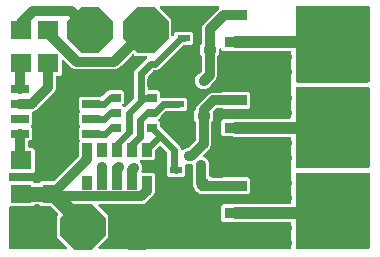
<source format=gbr>
G04 This is an RS-274x file exported by *
G04 gerbv version 2.6A *
G04 More information is available about gerbv at *
G04 http://gerbv.geda-project.org/ *
G04 --End of header info--*
%MOIN*%
%FSLAX34Y34*%
%IPPOS*%
%INTop Copper*%
G04 --Define apertures--*
%ADD10R,0.0600X0.0260*%
%ADD11R,0.0709X0.0630*%
%ADD12P,0.1624X8.0000X22.5000*%
%ADD13R,0.0335X0.0280*%
%ADD14R,0.0748X0.0374*%
%ADD15R,0.0748X0.1280*%
%ADD16R,0.0413X0.0236*%
%ADD17R,0.0354X0.0453*%
%ADD18R,0.0710X0.0630*%
%ADD19C,0.0240*%
%ADD20C,0.0357*%
%ADD21C,0.0320*%
%ADD22C,0.0500*%
%ADD23C,0.0400*%
%ADD24C,0.0100*%
G04 --Start main section--*
G36*
G01X0013405Y-000099D02*
G01X0013405Y-000099D01*
G01X0013409Y-000099D01*
G01X0013411Y-000099D01*
G01X0013412Y-000098D01*
G01X0013417Y-000097D01*
G01X0013421Y-000095D01*
G01X0013423Y-000094D01*
G01X0013424Y-000094D01*
G01X0013428Y-000091D01*
G01X0013432Y-000089D01*
G01X0013433Y-000087D01*
G01X0013434Y-000086D01*
G01X0013437Y-000083D01*
G01X0013440Y-000079D01*
G01X0013441Y-000078D01*
G01X0013442Y-000077D01*
G01X0013444Y-000073D01*
G01X0013446Y-000068D01*
G01X0013447Y-000067D01*
G01X0013448Y-000065D01*
G01X0013448Y-000061D01*
G01X0013450Y-000056D01*
G01X0013450Y-000054D01*
G01X0013450Y-000053D01*
G01X0013450Y-000052D01*
G01X0013450Y-000050D01*
G01X0013450Y0000750D01*
G01X0013449Y0000755D01*
G01X0013449Y0000759D01*
G01X0013449Y0000761D01*
G01X0013448Y0000762D01*
G01X0013447Y0000767D01*
G01X0013445Y0000771D01*
G01X0013444Y0000773D01*
G01X0013444Y0000774D01*
G01X0013441Y0000778D01*
G01X0013439Y0000782D01*
G01X0013437Y0000783D01*
G01X0013436Y0000784D01*
G01X0013433Y0000787D01*
G01X0013429Y0000790D01*
G01X0013428Y0000791D01*
G01X0013427Y0000792D01*
G01X0013423Y0000794D01*
G01X0013418Y0000796D01*
G01X0013417Y0000797D01*
G01X0013415Y0000798D01*
G01X0013411Y0000798D01*
G01X0013406Y0000800D01*
G01X0013404Y0000800D01*
G01X0013403Y0000800D01*
G01X0013402Y0000800D01*
G01X0013400Y0000800D01*
G01X0011540Y0000800D01*
G01X0011517Y0000809D01*
G01X0011517Y0000809D01*
G01X0011517Y0000809D01*
G01X0011511Y0000811D01*
G01X0011505Y0000812D01*
G01X0011505Y0000812D01*
G01X0011505Y0000813D01*
G01X0011498Y0000813D01*
G01X0011184Y0000813D01*
G01X0011125Y0000872D01*
G01X0011125Y0001328D01*
G01X0011184Y0001387D01*
G01X0011498Y0001387D01*
G01X0011499Y0001387D01*
G01X0011499Y0001387D01*
G01X0011505Y0001388D01*
G01X0011511Y0001389D01*
G01X0011511Y0001389D01*
G01X0011511Y0001389D01*
G01X0011517Y0001391D01*
G01X0011540Y0001400D01*
G01X0013400Y0001400D01*
G01X0013405Y0001401D01*
G01X0013409Y0001401D01*
G01X0013411Y0001401D01*
G01X0013412Y0001402D01*
G01X0013417Y0001403D01*
G01X0013421Y0001405D01*
G01X0013423Y0001406D01*
G01X0013424Y0001406D01*
G01X0013428Y0001409D01*
G01X0013432Y0001411D01*
G01X0013433Y0001413D01*
G01X0013434Y0001414D01*
G01X0013437Y0001417D01*
G01X0013440Y0001421D01*
G01X0013441Y0001422D01*
G01X0013442Y0001423D01*
G01X0013444Y0001427D01*
G01X0013446Y0001432D01*
G01X0013447Y0001433D01*
G01X0013448Y0001435D01*
G01X0013448Y0001439D01*
G01X0013450Y0001444D01*
G01X0013450Y0001446D01*
G01X0013450Y0001447D01*
G01X0013450Y0001448D01*
G01X0013450Y0001450D01*
G01X0013450Y0003600D01*
G01X0013449Y0003605D01*
G01X0013449Y0003609D01*
G01X0013449Y0003611D01*
G01X0013448Y0003612D01*
G01X0013447Y0003617D01*
G01X0013445Y0003621D01*
G01X0013444Y0003623D01*
G01X0013444Y0003624D01*
G01X0013441Y0003628D01*
G01X0013439Y0003632D01*
G01X0013437Y0003633D01*
G01X0013436Y0003634D01*
G01X0013433Y0003637D01*
G01X0013429Y0003640D01*
G01X0013428Y0003641D01*
G01X0013427Y0003642D01*
G01X0013423Y0003644D01*
G01X0013418Y0003646D01*
G01X0013417Y0003647D01*
G01X0013415Y0003648D01*
G01X0013411Y0003648D01*
G01X0013406Y0003650D01*
G01X0013404Y0003650D01*
G01X0013403Y0003650D01*
G01X0013402Y0003650D01*
G01X0013400Y0003650D01*
G01X0011540Y0003650D01*
G01X0011517Y0003659D01*
G01X0011517Y0003659D01*
G01X0011517Y0003659D01*
G01X0011511Y0003661D01*
G01X0011505Y0003662D01*
G01X0011505Y0003662D01*
G01X0011505Y0003663D01*
G01X0011498Y0003663D01*
G01X0011184Y0003663D01*
G01X0011125Y0003722D01*
G01X0011125Y0004178D01*
G01X0011184Y0004237D01*
G01X0011498Y0004237D01*
G01X0011499Y0004237D01*
G01X0011499Y0004237D01*
G01X0011505Y0004238D01*
G01X0011511Y0004239D01*
G01X0011511Y0004239D01*
G01X0011511Y0004239D01*
G01X0011517Y0004241D01*
G01X0011540Y0004250D01*
G01X0013400Y0004250D01*
G01X0013405Y0004251D01*
G01X0013409Y0004251D01*
G01X0013411Y0004251D01*
G01X0013412Y0004252D01*
G01X0013417Y0004253D01*
G01X0013421Y0004255D01*
G01X0013423Y0004256D01*
G01X0013424Y0004256D01*
G01X0013428Y0004259D01*
G01X0013432Y0004261D01*
G01X0013433Y0004263D01*
G01X0013434Y0004264D01*
G01X0013437Y0004267D01*
G01X0013440Y0004271D01*
G01X0013441Y0004272D01*
G01X0013442Y0004273D01*
G01X0013444Y0004277D01*
G01X0013446Y0004282D01*
G01X0013447Y0004283D01*
G01X0013448Y0004285D01*
G01X0013448Y0004289D01*
G01X0013450Y0004294D01*
G01X0013450Y0004296D01*
G01X0013450Y0004297D01*
G01X0013450Y0004298D01*
G01X0013450Y0004300D01*
G01X0013450Y0006450D01*
G01X0013449Y0006455D01*
G01X0013449Y0006459D01*
G01X0013449Y0006461D01*
G01X0013448Y0006462D01*
G01X0013447Y0006467D01*
G01X0013445Y0006471D01*
G01X0013444Y0006473D01*
G01X0013444Y0006474D01*
G01X0013441Y0006478D01*
G01X0013439Y0006482D01*
G01X0013437Y0006483D01*
G01X0013436Y0006484D01*
G01X0013433Y0006487D01*
G01X0013429Y0006490D01*
G01X0013428Y0006491D01*
G01X0013427Y0006492D01*
G01X0013423Y0006494D01*
G01X0013418Y0006496D01*
G01X0013417Y0006497D01*
G01X0013415Y0006498D01*
G01X0013411Y0006498D01*
G01X0013406Y0006500D01*
G01X0013404Y0006500D01*
G01X0013403Y0006500D01*
G01X0013402Y0006500D01*
G01X0013400Y0006500D01*
G01X0011540Y0006500D01*
G01X0011517Y0006509D01*
G01X0011517Y0006509D01*
G01X0011517Y0006509D01*
G01X0011511Y0006511D01*
G01X0011505Y0006512D01*
G01X0011505Y0006512D01*
G01X0011505Y0006513D01*
G01X0011498Y0006513D01*
G01X0011184Y0006513D01*
G01X0011125Y0006572D01*
G01X0011121Y0006575D01*
G01X0011117Y0006578D01*
G01X0011116Y0006579D01*
G01X0011115Y0006579D01*
G01X0011110Y0006581D01*
G01X0011105Y0006584D01*
G01X0011104Y0006584D01*
G01X0011104Y0006584D01*
G01X0011098Y0006585D01*
G01X0011093Y0006586D01*
G01X0011092Y0006586D01*
G01X0011091Y0006586D01*
G01X0011086Y0006586D01*
G01X0011080Y0006585D01*
G01X0011080Y0006585D01*
G01X0011079Y0006585D01*
G01X0011074Y0006583D01*
G01X0011069Y0006582D01*
G01X0011068Y0006581D01*
G01X0011067Y0006581D01*
G01X0011063Y0006578D01*
G01X0011058Y0006575D01*
G01X0011057Y0006574D01*
G01X0011057Y0006574D01*
G01X0011053Y0006570D01*
G01X0011049Y0006566D01*
G01X0011049Y0006565D01*
G01X0011048Y0006564D01*
G01X0011046Y0006560D01*
G01X0011043Y0006555D01*
G01X0011043Y0006554D01*
G01X0011043Y0006553D01*
G01X0011042Y0006548D01*
G01X0011040Y0006543D01*
G01X0011040Y0006542D01*
G01X0011040Y0006541D01*
G01X0011040Y0006540D01*
G01X0011040Y0006536D01*
G01X0011040Y0006390D01*
G01X0011008Y0006358D01*
G01X0011005Y0006355D01*
G01X0011003Y0006352D01*
G01X0011002Y0006350D01*
G01X0011000Y0006349D01*
G01X0010999Y0006345D01*
G01X0010997Y0006341D01*
G01X0010996Y0006339D01*
G01X0010995Y0006337D01*
G01X0010994Y0006333D01*
G01X0010994Y0006329D01*
G01X0010993Y0006325D01*
G01X0010993Y0006325D01*
G01X0010993Y0006324D01*
G01X0010993Y0006323D01*
G01X0010993Y0005657D01*
G01X0010954Y0005562D01*
G01X0010795Y0005403D01*
G01X0010794Y0005403D01*
G01X0010794Y0005402D01*
G01X0010791Y0005398D01*
G01X0010787Y0005393D01*
G01X0010787Y0005393D01*
G01X0010787Y0005392D01*
G01X0010784Y0005387D01*
G01X0010769Y0005351D01*
G01X0010691Y0005273D01*
G01X0010588Y0005231D01*
G01X0010478Y0005231D01*
G01X0010375Y0005273D01*
G01X0010297Y0005351D01*
G01X0010255Y0005454D01*
G01X0010255Y0005564D01*
G01X0010297Y0005667D01*
G01X0010375Y0005745D01*
G01X0010411Y0005760D01*
G01X0010411Y0005760D01*
G01X0010411Y0005760D01*
G01X0010416Y0005763D01*
G01X0010421Y0005766D01*
G01X0010422Y0005766D01*
G01X0010422Y0005766D01*
G01X0010427Y0005771D01*
G01X0010458Y0005802D01*
G01X0010461Y0005805D01*
G01X0010463Y0005808D01*
G01X0010465Y0005810D01*
G01X0010466Y0005812D01*
G01X0010468Y0005816D01*
G01X0010470Y0005819D01*
G01X0010470Y0005821D01*
G01X0010471Y0005824D01*
G01X0010472Y0005827D01*
G01X0010473Y0005831D01*
G01X0010473Y0005835D01*
G01X0010473Y0005836D01*
G01X0010473Y0005836D01*
G01X0010473Y0005837D01*
G01X0010473Y0006323D01*
G01X0010473Y0006327D01*
G01X0010472Y0006331D01*
G01X0010472Y0006333D01*
G01X0010471Y0006335D01*
G01X0010470Y0006339D01*
G01X0010469Y0006343D01*
G01X0010468Y0006345D01*
G01X0010467Y0006347D01*
G01X0010465Y0006350D01*
G01X0010463Y0006354D01*
G01X0010460Y0006357D01*
G01X0010460Y0006357D01*
G01X0010459Y0006358D01*
G01X0010458Y0006358D01*
G01X0010426Y0006390D01*
G01X0010426Y0006710D01*
G01X0010458Y0006742D01*
G01X0010461Y0006745D01*
G01X0010463Y0006748D01*
G01X0010465Y0006750D01*
G01X0010466Y0006751D01*
G01X0010468Y0006755D01*
G01X0010470Y0006759D01*
G01X0010470Y0006761D01*
G01X0010471Y0006763D01*
G01X0010472Y0006767D01*
G01X0010473Y0006771D01*
G01X0010473Y0006775D01*
G01X0010473Y0006775D01*
G01X0010473Y0006776D01*
G01X0010473Y0006777D01*
G01X0010473Y0007285D01*
G01X0010513Y0007380D01*
G01X0011043Y0007911D01*
G01X0011046Y0007915D01*
G01X0011050Y0007919D01*
G01X0011050Y0007920D01*
G01X0011051Y0007921D01*
G01X0011053Y0007926D01*
G01X0011055Y0007931D01*
G01X0011055Y0007931D01*
G01X0011056Y0007932D01*
G01X0011056Y0007938D01*
G01X0011058Y0007943D01*
G01X0011057Y0007944D01*
G01X0011058Y0007944D01*
G01X0011057Y0007950D01*
G01X0011057Y0007955D01*
G01X0011056Y0007956D01*
G01X0011056Y0007957D01*
G01X0011055Y0007962D01*
G01X0011053Y0007967D01*
G01X0011052Y0007968D01*
G01X0011052Y0007969D01*
G01X0011049Y0007973D01*
G01X0011046Y0007978D01*
G01X0011046Y0007978D01*
G01X0011045Y0007979D01*
G01X0011041Y0007983D01*
G01X0011037Y0007986D01*
G01X0011036Y0007987D01*
G01X0011036Y0007987D01*
G01X0011031Y0007990D01*
G01X0011026Y0007993D01*
G01X0011025Y0007993D01*
G01X0011025Y0007993D01*
G01X0011019Y0007994D01*
G01X0011014Y0007996D01*
G01X0011013Y0007996D01*
G01X0011012Y0007996D01*
G01X0011012Y0007996D01*
G01X0011008Y0007996D01*
G01X0009127Y0007996D01*
G01X0009121Y0007995D01*
G01X0009116Y0007995D01*
G01X0009115Y0007995D01*
G01X0009114Y0007994D01*
G01X0009109Y0007992D01*
G01X0009104Y0007991D01*
G01X0009103Y0007990D01*
G01X0009103Y0007990D01*
G01X0009098Y0007987D01*
G01X0009094Y0007984D01*
G01X0009093Y0007983D01*
G01X0009093Y0007983D01*
G01X0009089Y0007978D01*
G01X0009085Y0007974D01*
G01X0009085Y0007973D01*
G01X0009085Y0007973D01*
G01X0009082Y0007968D01*
G01X0009080Y0007963D01*
G01X0009080Y0007962D01*
G01X0009079Y0007962D01*
G01X0009078Y0007956D01*
G01X0009077Y0007951D01*
G01X0009077Y0007950D01*
G01X0009077Y0007949D01*
G01X0009077Y0007944D01*
G01X0009077Y0007938D01*
G01X0009078Y0007938D01*
G01X0009078Y0007937D01*
G01X0009079Y0007932D01*
G01X0009081Y0007926D01*
G01X0009081Y0007926D01*
G01X0009081Y0007925D01*
G01X0009084Y0007920D01*
G01X0009087Y0007915D01*
G01X0009088Y0007915D01*
G01X0009088Y0007914D01*
G01X0009089Y0007914D01*
G01X0009089Y0007913D01*
G01X0009089Y0007913D01*
G01X0009091Y0007911D01*
G01X0009450Y0007552D01*
G01X0009450Y0007039D01*
G01X0009451Y0007034D01*
G01X0009451Y0007028D01*
G01X0009451Y0007027D01*
G01X0009452Y0007026D01*
G01X0009454Y0007021D01*
G01X0009455Y0007016D01*
G01X0009456Y0007016D01*
G01X0009456Y0007015D01*
G01X0009459Y0007010D01*
G01X0009462Y0007006D01*
G01X0009463Y0007005D01*
G01X0009464Y0007005D01*
G01X0009468Y0007001D01*
G01X0009472Y0006998D01*
G01X0009473Y0006997D01*
G01X0009473Y0006997D01*
G01X0009478Y0006994D01*
G01X0009483Y0006992D01*
G01X0009484Y0006992D01*
G01X0009485Y0006991D01*
G01X0009490Y0006990D01*
G01X0009495Y0006989D01*
G01X0009496Y0006989D01*
G01X0009497Y0006989D01*
G01X0009502Y0006989D01*
G01X0009508Y0006990D01*
G01X0009509Y0006990D01*
G01X0009509Y0006990D01*
G01X0009515Y0006992D01*
G01X0009520Y0006993D01*
G01X0009520Y0006993D01*
G01X0009521Y0006994D01*
G01X0009526Y0006997D01*
G01X0009531Y0006999D01*
G01X0009531Y0007000D01*
G01X0009532Y0007000D01*
G01X0009532Y0007001D01*
G01X0009535Y0007004D01*
G01X0009546Y0007014D01*
G01X0009548Y0007017D01*
G01X0009551Y0007020D01*
G01X0009552Y0007022D01*
G01X0009553Y0007024D01*
G01X0009555Y0007027D01*
G01X0009557Y0007031D01*
G01X0009557Y0007033D01*
G01X0009558Y0007035D01*
G01X0009559Y0007039D01*
G01X0009560Y0007043D01*
G01X0009560Y0007047D01*
G01X0009560Y0007048D01*
G01X0009560Y0007048D01*
G01X0009560Y0007049D01*
G01X0009560Y0007084D01*
G01X0009619Y0007142D01*
G01X0009709Y0007142D01*
G01X0009709Y0007142D01*
G01X0009709Y0007142D01*
G01X0009715Y0007143D01*
G01X0009721Y0007144D01*
G01X0009721Y0007144D01*
G01X0009722Y0007144D01*
G01X0009722Y0007144D01*
G01X0009913Y0007144D01*
G01X0009918Y0007143D01*
G01X0009919Y0007143D01*
G01X0009919Y0007143D01*
G01X0009925Y0007142D01*
G01X0010115Y0007142D01*
G01X0010174Y0007084D01*
G01X0010174Y0006764D01*
G01X0010115Y0006706D01*
G01X0009925Y0006706D01*
G01X0009925Y0006706D01*
G01X0009924Y0006706D01*
G01X0009919Y0006705D01*
G01X0009913Y0006704D01*
G01X0009912Y0006704D01*
G01X0009912Y0006704D01*
G01X0009912Y0006704D01*
G01X0009879Y0006704D01*
G01X0009875Y0006704D01*
G01X0009871Y0006703D01*
G01X0009869Y0006703D01*
G01X0009866Y0006702D01*
G01X0009863Y0006701D01*
G01X0009859Y0006700D01*
G01X0009857Y0006699D01*
G01X0009855Y0006698D01*
G01X0009852Y0006696D01*
G01X0009848Y0006694D01*
G01X0009845Y0006691D01*
G01X0009845Y0006690D01*
G01X0009844Y0006690D01*
G01X0009843Y0006689D01*
G01X0009042Y0005887D01*
G01X0008961Y0005854D01*
G01X0008879Y0005854D01*
G01X0008875Y0005854D01*
G01X0008871Y0005853D01*
G01X0008869Y0005853D01*
G01X0008866Y0005852D01*
G01X0008863Y0005851D01*
G01X0008859Y0005850D01*
G01X0008857Y0005849D01*
G01X0008855Y0005848D01*
G01X0008852Y0005846D01*
G01X0008848Y0005844D01*
G01X0008845Y0005841D01*
G01X0008845Y0005840D01*
G01X0008844Y0005840D01*
G01X0008843Y0005839D01*
G01X0008685Y0005681D01*
G01X0008682Y0005678D01*
G01X0008680Y0005675D01*
G01X0008678Y0005673D01*
G01X0008677Y0005671D01*
G01X0008675Y0005667D01*
G01X0008674Y0005664D01*
G01X0008673Y0005661D01*
G01X0008672Y0005659D01*
G01X0008671Y0005655D01*
G01X0008670Y0005652D01*
G01X0008670Y0005648D01*
G01X0008670Y0005647D01*
G01X0008670Y0005646D01*
G01X0008670Y0005645D01*
G01X0008670Y0005240D01*
G01X0008671Y0005235D01*
G01X0008671Y0005230D01*
G01X0008671Y0005229D01*
G01X0008672Y0005227D01*
G01X0008673Y0005223D01*
G01X0008675Y0005219D01*
G01X0008676Y0005217D01*
G01X0008676Y0005216D01*
G01X0008679Y0005212D01*
G01X0008681Y0005208D01*
G01X0008683Y0005207D01*
G01X0008684Y0005206D01*
G01X0008687Y0005203D01*
G01X0008691Y0005199D01*
G01X0008692Y0005199D01*
G01X0008693Y0005198D01*
G01X0008697Y0005196D01*
G01X0008702Y0005193D01*
G01X0008703Y0005193D01*
G01X0008705Y0005192D01*
G01X0008709Y0005191D01*
G01X0008714Y0005190D01*
G01X0008716Y0005190D01*
G01X0008717Y0005190D01*
G01X0008718Y0005190D01*
G01X0008720Y0005190D01*
G01X0009009Y0005190D01*
G01X0009068Y0005131D01*
G01X0009068Y0004988D01*
G01X0009068Y0004986D01*
G01X0009068Y0004984D01*
G01X0009069Y0004980D01*
G01X0009069Y0004976D01*
G01X0009070Y0004974D01*
G01X0009070Y0004972D01*
G01X0009072Y0004968D01*
G01X0009074Y0004964D01*
G01X0009075Y0004962D01*
G01X0009076Y0004961D01*
G01X0009079Y0004957D01*
G01X0009081Y0004954D01*
G01X0009083Y0004953D01*
G01X0009084Y0004951D01*
G01X0009088Y0004949D01*
G01X0009091Y0004946D01*
G01X0009093Y0004945D01*
G01X0009094Y0004944D01*
G01X0009098Y0004942D01*
G01X0009102Y0004940D01*
G01X0009104Y0004940D01*
G01X0009106Y0004939D01*
G01X0009110Y0004939D01*
G01X0009115Y0004938D01*
G01X0009116Y0004938D01*
G01X0009118Y0004938D01*
G01X0009123Y0004939D01*
G01X0009127Y0004939D01*
G01X0009129Y0004939D01*
G01X0009131Y0004940D01*
G01X0009137Y0004942D01*
G01X0009142Y0004944D01*
G01X0009713Y0004944D01*
G01X0009718Y0004943D01*
G01X0009719Y0004943D01*
G01X0009719Y0004943D01*
G01X0009725Y0004942D01*
G01X0009915Y0004942D01*
G01X0009974Y0004884D01*
G01X0009974Y0004564D01*
G01X0009915Y0004506D01*
G01X0009725Y0004506D01*
G01X0009725Y0004506D01*
G01X0009724Y0004506D01*
G01X0009719Y0004505D01*
G01X0009713Y0004504D01*
G01X0009712Y0004504D01*
G01X0009712Y0004504D01*
G01X0009712Y0004504D01*
G01X0009298Y0004504D01*
G01X0009294Y0004504D01*
G01X0009290Y0004503D01*
G01X0009288Y0004503D01*
G01X0009285Y0004502D01*
G01X0009282Y0004501D01*
G01X0009278Y0004500D01*
G01X0009276Y0004499D01*
G01X0009274Y0004498D01*
G01X0009271Y0004496D01*
G01X0009267Y0004494D01*
G01X0009264Y0004491D01*
G01X0009264Y0004490D01*
G01X0009263Y0004490D01*
G01X0009263Y0004489D01*
G01X0009106Y0004332D01*
G01X0009082Y0004309D01*
G01X0009080Y0004306D01*
G01X0009077Y0004303D01*
G01X0009076Y0004301D01*
G01X0009075Y0004299D01*
G01X0009073Y0004296D01*
G01X0009071Y0004292D01*
G01X0009071Y0004290D01*
G01X0009070Y0004288D01*
G01X0009069Y0004284D01*
G01X0009068Y0004280D01*
G01X0009068Y0004276D01*
G01X0009068Y0004275D01*
G01X0009068Y0004275D01*
G01X0009068Y0004274D01*
G01X0009068Y0004269D01*
G01X0009034Y0004235D01*
G01X0009031Y0004232D01*
G01X0009028Y0004228D01*
G01X0009028Y0004227D01*
G01X0009027Y0004225D01*
G01X0009025Y0004221D01*
G01X0009023Y0004217D01*
G01X0009022Y0004215D01*
G01X0009022Y0004214D01*
G01X0009021Y0004209D01*
G01X0009020Y0004205D01*
G01X0009020Y0004203D01*
G01X0009020Y0004202D01*
G01X0009020Y0004197D01*
G01X0009020Y0004192D01*
G01X0009021Y0004191D01*
G01X0009021Y0004189D01*
G01X0009022Y0004185D01*
G01X0009024Y0004180D01*
G01X0009025Y0004179D01*
G01X0009025Y0004177D01*
G01X0009028Y0004173D01*
G01X0009030Y0004169D01*
G01X0009032Y0004168D01*
G01X0009032Y0004167D01*
G01X0009033Y0004166D01*
G01X0009034Y0004165D01*
G01X0009068Y0004131D01*
G01X0009068Y0004015D01*
G01X0009068Y0004011D01*
G01X0009068Y0004007D01*
G01X0009069Y0004004D01*
G01X0009069Y0004002D01*
G01X0009071Y0003998D01*
G01X0009072Y0003995D01*
G01X0009073Y0003993D01*
G01X0009074Y0003990D01*
G01X0009076Y0003987D01*
G01X0009078Y0003984D01*
G01X0009081Y0003981D01*
G01X0009081Y0003980D01*
G01X0009082Y0003980D01*
G01X0009082Y0003979D01*
G01X0009737Y0003325D01*
G01X0009770Y0003244D01*
G01X0009770Y0003234D01*
G01X0009771Y0003229D01*
G01X0009771Y0003224D01*
G01X0009771Y0003223D01*
G01X0009772Y0003222D01*
G01X0009774Y0003217D01*
G01X0009775Y0003212D01*
G01X0009776Y0003211D01*
G01X0009776Y0003210D01*
G01X0009779Y0003206D01*
G01X0009782Y0003201D01*
G01X0009783Y0003201D01*
G01X0009784Y0003200D01*
G01X0009788Y0003197D01*
G01X0009792Y0003193D01*
G01X0009793Y0003193D01*
G01X0009793Y0003192D01*
G01X0009798Y0003190D01*
G01X0009803Y0003187D01*
G01X0009804Y0003187D01*
G01X0009805Y0003187D01*
G01X0009810Y0003186D01*
G01X0009815Y0003185D01*
G01X0009816Y0003185D01*
G01X0009817Y0003185D01*
G01X0009822Y0003185D01*
G01X0009828Y0003185D01*
G01X0009829Y0003185D01*
G01X0009829Y0003185D01*
G01X0009835Y0003187D01*
G01X0009840Y0003189D01*
G01X0009840Y0003189D01*
G01X0009841Y0003189D01*
G01X0009846Y0003192D01*
G01X0009851Y0003195D01*
G01X0009851Y0003196D01*
G01X0009852Y0003196D01*
G01X0009852Y0003197D01*
G01X0009855Y0003199D01*
G01X0009892Y0003236D01*
G01X0009995Y0003278D01*
G01X0010014Y0003278D01*
G01X0010018Y0003279D01*
G01X0010022Y0003279D01*
G01X0010024Y0003280D01*
G01X0010026Y0003280D01*
G01X0010030Y0003281D01*
G01X0010034Y0003283D01*
G01X0010036Y0003284D01*
G01X0010038Y0003285D01*
G01X0010041Y0003287D01*
G01X0010045Y0003289D01*
G01X0010048Y0003291D01*
G01X0010048Y0003292D01*
G01X0010049Y0003292D01*
G01X0010049Y0003293D01*
G01X0010258Y0003502D01*
G01X0010261Y0003505D01*
G01X0010263Y0003508D01*
G01X0010265Y0003510D01*
G01X0010266Y0003512D01*
G01X0010268Y0003516D01*
G01X0010270Y0003519D01*
G01X0010270Y0003521D01*
G01X0010271Y0003524D01*
G01X0010272Y0003527D01*
G01X0010273Y0003531D01*
G01X0010273Y0003535D01*
G01X0010273Y0003536D01*
G01X0010273Y0003536D01*
G01X0010273Y0003537D01*
G01X0010273Y0004123D01*
G01X0010273Y0004127D01*
G01X0010272Y0004131D01*
G01X0010272Y0004133D01*
G01X0010271Y0004135D01*
G01X0010270Y0004139D01*
G01X0010269Y0004143D01*
G01X0010268Y0004145D01*
G01X0010267Y0004147D01*
G01X0010265Y0004150D01*
G01X0010263Y0004154D01*
G01X0010260Y0004157D01*
G01X0010260Y0004157D01*
G01X0010259Y0004158D01*
G01X0010258Y0004158D01*
G01X0010226Y0004190D01*
G01X0010226Y0004510D01*
G01X0010258Y0004542D01*
G01X0010261Y0004545D01*
G01X0010263Y0004548D01*
G01X0010265Y0004550D01*
G01X0010266Y0004551D01*
G01X0010268Y0004555D01*
G01X0010270Y0004559D01*
G01X0010270Y0004561D01*
G01X0010271Y0004563D01*
G01X0010272Y0004567D01*
G01X0010273Y0004571D01*
G01X0010273Y0004575D01*
G01X0010273Y0004575D01*
G01X0010273Y0004576D01*
G01X0010273Y0004577D01*
G01X0010273Y0004585D01*
G01X0010313Y0004680D01*
G01X0010708Y0005076D01*
G01X0010804Y0005116D01*
G01X0011136Y0005116D01*
G01X0011140Y0005116D01*
G01X0011144Y0005116D01*
G01X0011146Y0005117D01*
G01X0011148Y0005117D01*
G01X0011152Y0005119D01*
G01X0011156Y0005120D01*
G01X0011158Y0005121D01*
G01X0011160Y0005122D01*
G01X0011163Y0005124D01*
G01X0011167Y0005126D01*
G01X0011170Y0005129D01*
G01X0011170Y0005129D01*
G01X0011171Y0005129D01*
G01X0011171Y0005130D01*
G01X0011184Y0005143D01*
G01X0012015Y0005143D01*
G01X0012073Y0005084D01*
G01X0012073Y0004627D01*
G01X0012015Y0004568D01*
G01X0011184Y0004568D01*
G01X0011171Y0004581D01*
G01X0011168Y0004583D01*
G01X0011165Y0004586D01*
G01X0011163Y0004587D01*
G01X0011161Y0004589D01*
G01X0011158Y0004590D01*
G01X0011154Y0004592D01*
G01X0011152Y0004593D01*
G01X0011150Y0004594D01*
G01X0011146Y0004594D01*
G01X0011142Y0004595D01*
G01X0011138Y0004595D01*
G01X0011138Y0004595D01*
G01X0011137Y0004595D01*
G01X0011136Y0004595D01*
G01X0010984Y0004595D01*
G01X0010980Y0004595D01*
G01X0010976Y0004595D01*
G01X0010974Y0004594D01*
G01X0010971Y0004594D01*
G01X0010968Y0004592D01*
G01X0010964Y0004591D01*
G01X0010962Y0004590D01*
G01X0010960Y0004589D01*
G01X0010957Y0004587D01*
G01X0010953Y0004585D01*
G01X0010950Y0004582D01*
G01X0010950Y0004582D01*
G01X0010949Y0004582D01*
G01X0010949Y0004581D01*
G01X0010854Y0004487D01*
G01X0010852Y0004484D01*
G01X0010849Y0004481D01*
G01X0010848Y0004479D01*
G01X0010847Y0004477D01*
G01X0010845Y0004473D01*
G01X0010843Y0004470D01*
G01X0010843Y0004468D01*
G01X0010842Y0004465D01*
G01X0010841Y0004461D01*
G01X0010840Y0004458D01*
G01X0010840Y0004454D01*
G01X0010840Y0004453D01*
G01X0010840Y0004452D01*
G01X0010840Y0004451D01*
G01X0010840Y0004190D01*
G01X0010808Y0004158D01*
G01X0010805Y0004155D01*
G01X0010803Y0004152D01*
G01X0010802Y0004150D01*
G01X0010800Y0004149D01*
G01X0010799Y0004145D01*
G01X0010797Y0004141D01*
G01X0010796Y0004139D01*
G01X0010795Y0004137D01*
G01X0010794Y0004133D01*
G01X0010794Y0004129D01*
G01X0010793Y0004125D01*
G01X0010793Y0004125D01*
G01X0010793Y0004124D01*
G01X0010793Y0004123D01*
G01X0010793Y0003357D01*
G01X0010754Y0003262D01*
G01X0010533Y0003042D01*
G01X0010532Y0003040D01*
G01X0010531Y0003039D01*
G01X0010528Y0003035D01*
G01X0010526Y0003032D01*
G01X0010525Y0003030D01*
G01X0010524Y0003028D01*
G01X0010522Y0003024D01*
G01X0010521Y0003020D01*
G01X0010520Y0003018D01*
G01X0010520Y0003016D01*
G01X0010519Y0003012D01*
G01X0010519Y0003008D01*
G01X0010519Y0003006D01*
G01X0010519Y0003004D01*
G01X0010520Y0003000D01*
G01X0010520Y0002995D01*
G01X0010521Y0002994D01*
G01X0010521Y0002992D01*
G01X0010523Y0002988D01*
G01X0010524Y0002984D01*
G01X0010525Y0002982D01*
G01X0010526Y0002980D01*
G01X0010529Y0002977D01*
G01X0010531Y0002973D01*
G01X0010533Y0002972D01*
G01X0010534Y0002970D01*
G01X0010537Y0002968D01*
G01X0010541Y0002965D01*
G01X0010542Y0002964D01*
G01X0010544Y0002963D01*
G01X0010550Y0002960D01*
G01X0010608Y0002936D01*
G01X0010686Y0002858D01*
G01X0010728Y0002755D01*
G01X0010728Y0002645D01*
G01X0010714Y0002609D01*
G01X0010714Y0002609D01*
G01X0010714Y0002609D01*
G01X0010712Y0002603D01*
G01X0010711Y0002597D01*
G01X0010711Y0002597D01*
G01X0010710Y0002597D01*
G01X0010710Y0002590D01*
G01X0010710Y0002410D01*
G01X0010711Y0002406D01*
G01X0010711Y0002402D01*
G01X0010711Y0002400D01*
G01X0010712Y0002398D01*
G01X0010713Y0002394D01*
G01X0010714Y0002390D01*
G01X0010715Y0002388D01*
G01X0010716Y0002386D01*
G01X0010719Y0002383D01*
G01X0010720Y0002379D01*
G01X0010723Y0002376D01*
G01X0010724Y0002376D01*
G01X0010724Y0002376D01*
G01X0010725Y0002375D01*
G01X0010791Y0002309D01*
G01X0010791Y0002306D01*
G01X0010791Y0002305D01*
G01X0010791Y0002303D01*
G01X0010793Y0002299D01*
G01X0010795Y0002294D01*
G01X0010795Y0002293D01*
G01X0010796Y0002291D01*
G01X0010799Y0002288D01*
G01X0010801Y0002284D01*
G01X0010802Y0002283D01*
G01X0010803Y0002281D01*
G01X0010807Y0002278D01*
G01X0010810Y0002275D01*
G01X0010812Y0002274D01*
G01X0010813Y0002273D01*
G01X0010817Y0002271D01*
G01X0010821Y0002269D01*
G01X0010823Y0002269D01*
G01X0010824Y0002268D01*
G01X0010829Y0002267D01*
G01X0010833Y0002266D01*
G01X0010836Y0002266D01*
G01X0010837Y0002266D01*
G01X0010837Y0002266D01*
G01X0010840Y0002266D01*
G01X0011136Y0002266D01*
G01X0011140Y0002266D01*
G01X0011144Y0002266D01*
G01X0011146Y0002267D01*
G01X0011148Y0002267D01*
G01X0011152Y0002269D01*
G01X0011156Y0002270D01*
G01X0011158Y0002271D01*
G01X0011160Y0002272D01*
G01X0011163Y0002274D01*
G01X0011167Y0002276D01*
G01X0011170Y0002279D01*
G01X0011170Y0002279D01*
G01X0011171Y0002279D01*
G01X0011171Y0002280D01*
G01X0011184Y0002293D01*
G01X0012015Y0002293D01*
G01X0012073Y0002234D01*
G01X0012073Y0001777D01*
G01X0012015Y0001718D01*
G01X0011184Y0001718D01*
G01X0011171Y0001731D01*
G01X0011168Y0001733D01*
G01X0011165Y0001736D01*
G01X0011163Y0001737D01*
G01X0011161Y0001739D01*
G01X0011158Y0001740D01*
G01X0011154Y0001742D01*
G01X0011152Y0001743D01*
G01X0011150Y0001744D01*
G01X0011146Y0001744D01*
G01X0011142Y0001745D01*
G01X0011138Y0001745D01*
G01X0011138Y0001745D01*
G01X0011137Y0001745D01*
G01X0011136Y0001745D01*
G01X0010422Y0001745D01*
G01X0010327Y0001785D01*
G01X0010254Y0001858D01*
G01X0010218Y0001943D01*
G01X0010218Y0001943D01*
G01X0010218Y0001944D01*
G01X0010215Y0001949D01*
G01X0010212Y0001954D01*
G01X0010212Y0001954D01*
G01X0010212Y0001954D01*
G01X0010208Y0001959D01*
G01X0010176Y0001990D01*
G01X0010176Y0002310D01*
G01X0010178Y0002312D01*
G01X0010180Y0002314D01*
G01X0010182Y0002317D01*
G01X0010183Y0002318D01*
G01X0010185Y0002322D01*
G01X0010186Y0002325D01*
G01X0010187Y0002328D01*
G01X0010188Y0002330D01*
G01X0010189Y0002334D01*
G01X0010190Y0002338D01*
G01X0010190Y0002341D01*
G01X0010190Y0002342D01*
G01X0010190Y0002343D01*
G01X0010190Y0002344D01*
G01X0010190Y0002590D01*
G01X0010190Y0002591D01*
G01X0010190Y0002591D01*
G01X0010189Y0002597D01*
G01X0010188Y0002603D01*
G01X0010188Y0002603D01*
G01X0010188Y0002603D01*
G01X0010186Y0002609D01*
G01X0010172Y0002645D01*
G01X0010172Y0002674D01*
G01X0010171Y0002676D01*
G01X0010171Y0002678D01*
G01X0010171Y0002682D01*
G01X0010170Y0002687D01*
G01X0010169Y0002688D01*
G01X0010169Y0002690D01*
G01X0010167Y0002694D01*
G01X0010165Y0002698D01*
G01X0010164Y0002700D01*
G01X0010163Y0002702D01*
G01X0010161Y0002705D01*
G01X0010158Y0002708D01*
G01X0010156Y0002710D01*
G01X0010155Y0002711D01*
G01X0010152Y0002714D01*
G01X0010148Y0002716D01*
G01X0010147Y0002717D01*
G01X0010145Y0002718D01*
G01X0010141Y0002720D01*
G01X0010137Y0002722D01*
G01X0010135Y0002722D01*
G01X0010133Y0002723D01*
G01X0010129Y0002723D01*
G01X0010125Y0002724D01*
G01X0010123Y0002724D01*
G01X0010121Y0002724D01*
G01X0010117Y0002724D01*
G01X0010112Y0002723D01*
G01X0010110Y0002723D01*
G01X0010108Y0002722D01*
G01X0010106Y0002722D01*
G01X0009995Y0002722D01*
G01X0009993Y0002722D01*
G01X0009991Y0002723D01*
G01X0009989Y0002724D01*
G01X0009985Y0002724D01*
G01X0009981Y0002726D01*
G01X0009979Y0002726D01*
G01X0009977Y0002726D01*
G01X0009972Y0002726D01*
G01X0009968Y0002726D01*
G01X0009966Y0002725D01*
G01X0009964Y0002725D01*
G01X0009960Y0002724D01*
G01X0009956Y0002723D01*
G01X0009954Y0002722D01*
G01X0009952Y0002721D01*
G01X0009949Y0002719D01*
G01X0009945Y0002717D01*
G01X0009943Y0002716D01*
G01X0009942Y0002715D01*
G01X0009939Y0002712D01*
G01X0009936Y0002709D01*
G01X0009935Y0002707D01*
G01X0009933Y0002706D01*
G01X0009931Y0002702D01*
G01X0009929Y0002698D01*
G01X0009928Y0002696D01*
G01X0009927Y0002695D01*
G01X0009926Y0002690D01*
G01X0009925Y0002686D01*
G01X0009925Y0002684D01*
G01X0009924Y0002682D01*
G01X0009924Y0002676D01*
G01X0009924Y0002364D01*
G01X0009865Y0002306D01*
G01X0009675Y0002306D01*
G01X0009675Y0002306D01*
G01X0009674Y0002306D01*
G01X0009669Y0002305D01*
G01X0009663Y0002304D01*
G01X0009662Y0002304D01*
G01X0009662Y0002304D01*
G01X0009662Y0002304D01*
G01X0009571Y0002304D01*
G01X0009566Y0002305D01*
G01X0009565Y0002305D01*
G01X0009565Y0002305D01*
G01X0009559Y0002306D01*
G01X0009369Y0002306D01*
G01X0009310Y0002364D01*
G01X0009310Y0002684D01*
G01X0009315Y0002689D01*
G01X0009318Y0002692D01*
G01X0009320Y0002695D01*
G01X0009322Y0002697D01*
G01X0009323Y0002699D01*
G01X0009325Y0002702D01*
G01X0009326Y0002706D01*
G01X0009327Y0002708D01*
G01X0009328Y0002710D01*
G01X0009329Y0002714D01*
G01X0009330Y0002718D01*
G01X0009330Y0002722D01*
G01X0009330Y0002722D01*
G01X0009330Y0002723D01*
G01X0009330Y0002724D01*
G01X0009330Y0003089D01*
G01X0009329Y0003092D01*
G01X0009329Y0003096D01*
G01X0009329Y0003099D01*
G01X0009328Y0003101D01*
G01X0009327Y0003105D01*
G01X0009326Y0003108D01*
G01X0009325Y0003110D01*
G01X0009324Y0003113D01*
G01X0009321Y0003116D01*
G01X0009320Y0003119D01*
G01X0009317Y0003122D01*
G01X0009316Y0003123D01*
G01X0009316Y0003123D01*
G01X0009315Y0003124D01*
G01X0009115Y0003324D01*
G01X0009111Y0003327D01*
G01X0009108Y0003330D01*
G01X0009106Y0003331D01*
G01X0009105Y0003332D01*
G01X0009101Y0003334D01*
G01X0009096Y0003336D01*
G01X0009095Y0003336D01*
G01X0009093Y0003337D01*
G01X0009089Y0003338D01*
G01X0009084Y0003339D01*
G01X0009083Y0003339D01*
G01X0009081Y0003339D01*
G01X0009076Y0003339D01*
G01X0009072Y0003338D01*
G01X0009070Y0003338D01*
G01X0009069Y0003338D01*
G01X0009064Y0003336D01*
G01X0009060Y0003335D01*
G01X0009058Y0003334D01*
G01X0009057Y0003334D01*
G01X0009053Y0003331D01*
G01X0009049Y0003329D01*
G01X0009047Y0003327D01*
G01X0009046Y0003327D01*
G01X0009046Y0003326D01*
G01X0009044Y0003324D01*
G01X0008942Y0003222D01*
G01X0008939Y0003219D01*
G01X0008937Y0003216D01*
G01X0008936Y0003214D01*
G01X0008934Y0003212D01*
G01X0008933Y0003209D01*
G01X0008931Y0003205D01*
G01X0008930Y0003203D01*
G01X0008929Y0003201D01*
G01X0008929Y0003197D01*
G01X0008928Y0003193D01*
G01X0008927Y0003189D01*
G01X0008927Y0003188D01*
G01X0008927Y0003188D01*
G01X0008927Y0003187D01*
G01X0008927Y0002924D01*
G01X0008869Y0002865D01*
G01X0008449Y0002865D01*
G01X0008444Y0002864D01*
G01X0008439Y0002864D01*
G01X0008438Y0002863D01*
G01X0008437Y0002863D01*
G01X0008432Y0002861D01*
G01X0008427Y0002859D01*
G01X0008426Y0002859D01*
G01X0008425Y0002859D01*
G01X0008421Y0002856D01*
G01X0008416Y0002852D01*
G01X0008416Y0002852D01*
G01X0008415Y0002851D01*
G01X0008412Y0002847D01*
G01X0008408Y0002843D01*
G01X0008408Y0002842D01*
G01X0008407Y0002842D01*
G01X0008405Y0002837D01*
G01X0008402Y0002832D01*
G01X0008402Y0002831D01*
G01X0008402Y0002830D01*
G01X0008401Y0002825D01*
G01X0008400Y0002820D01*
G01X0008400Y0002819D01*
G01X0008400Y0002818D01*
G01X0008400Y0002813D01*
G01X0008400Y0002807D01*
G01X0008400Y0002806D01*
G01X0008400Y0002806D01*
G01X0008402Y0002800D01*
G01X0008404Y0002795D01*
G01X0008404Y0002794D01*
G01X0008404Y0002794D01*
G01X0008407Y0002789D01*
G01X0008410Y0002784D01*
G01X0008411Y0002784D01*
G01X0008411Y0002783D01*
G01X0008412Y0002783D01*
G01X0008414Y0002780D01*
G01X0008436Y0002758D01*
G01X0008478Y0002655D01*
G01X0008478Y0002545D01*
G01X0008462Y0002504D01*
G01X0008461Y0002502D01*
G01X0008460Y0002501D01*
G01X0008460Y0002496D01*
G01X0008458Y0002492D01*
G01X0008458Y0002490D01*
G01X0008458Y0002488D01*
G01X0008458Y0002484D01*
G01X0008458Y0002480D01*
G01X0008459Y0002478D01*
G01X0008459Y0002476D01*
G01X0008460Y0002472D01*
G01X0008461Y0002467D01*
G01X0008462Y0002466D01*
G01X0008463Y0002464D01*
G01X0008465Y0002460D01*
G01X0008467Y0002456D01*
G01X0008468Y0002455D01*
G01X0008469Y0002453D01*
G01X0008472Y0002450D01*
G01X0008475Y0002447D01*
G01X0008477Y0002446D01*
G01X0008478Y0002445D01*
G01X0008482Y0002443D01*
G01X0008486Y0002440D01*
G01X0008488Y0002440D01*
G01X0008489Y0002439D01*
G01X0008494Y0002438D01*
G01X0008498Y0002436D01*
G01X0008500Y0002436D01*
G01X0008502Y0002435D01*
G01X0008508Y0002435D01*
G01X0008869Y0002435D01*
G01X0008927Y0002376D01*
G01X0008927Y0001841D01*
G01X0008925Y0001838D01*
G01X0008922Y0001835D01*
G01X0008920Y0001832D01*
G01X0008918Y0001830D01*
G01X0008917Y0001828D01*
G01X0008915Y0001825D01*
G01X0008914Y0001821D01*
G01X0008913Y0001819D01*
G01X0008912Y0001817D01*
G01X0008911Y0001813D01*
G01X0008910Y0001809D01*
G01X0008910Y0001805D01*
G01X0008910Y0001805D01*
G01X0008910Y0001804D01*
G01X0008910Y0001803D01*
G01X0008910Y0001798D01*
G01X0008870Y0001703D01*
G01X0008690Y0001522D01*
G01X0008610Y0001442D01*
G01X0008514Y0001402D01*
G01X0007071Y0001402D01*
G01X0007065Y0001402D01*
G01X0007060Y0001401D01*
G01X0007059Y0001401D01*
G01X0007058Y0001401D01*
G01X0007053Y0001399D01*
G01X0007048Y0001397D01*
G01X0007047Y0001396D01*
G01X0007046Y0001396D01*
G01X0007042Y0001393D01*
G01X0007037Y0001390D01*
G01X0007037Y0001389D01*
G01X0007036Y0001389D01*
G01X0007033Y0001384D01*
G01X0007029Y0001380D01*
G01X0007029Y0001380D01*
G01X0007028Y0001379D01*
G01X0007026Y0001374D01*
G01X0007024Y0001369D01*
G01X0007023Y0001368D01*
G01X0007023Y0001368D01*
G01X0007022Y0001362D01*
G01X0007021Y0001357D01*
G01X0007021Y0001356D01*
G01X0007021Y0001355D01*
G01X0007021Y0001350D01*
G01X0007021Y0001345D01*
G01X0007021Y0001344D01*
G01X0007021Y0001343D01*
G01X0007023Y0001338D01*
G01X0007025Y0001332D01*
G01X0007025Y0001332D01*
G01X0007025Y0001331D01*
G01X0007028Y0001326D01*
G01X0007031Y0001322D01*
G01X0007032Y0001321D01*
G01X0007032Y0001320D01*
G01X0007033Y0001320D01*
G01X0007035Y0001317D01*
G01X0007350Y0001002D01*
G01X0007350Y0000298D01*
G01X0007037Y-000015D01*
G01X0007034Y-000019D01*
G01X0007031Y-000023D01*
G01X0007030Y-000024D01*
G01X0007030Y-000025D01*
G01X0007028Y-000030D01*
G01X0007025Y-000035D01*
G01X0007025Y-000035D01*
G01X0007025Y-000036D01*
G01X0007024Y-000041D01*
G01X0007023Y-000047D01*
G01X0007023Y-000048D01*
G01X0007023Y-000048D01*
G01X0007023Y-000054D01*
G01X0007024Y-000059D01*
G01X0007024Y-000060D01*
G01X0007024Y-000061D01*
G01X0007026Y-000066D01*
G01X0007028Y-000071D01*
G01X0007028Y-000072D01*
G01X0007028Y-000073D01*
G01X0007031Y-000077D01*
G01X0007034Y-000082D01*
G01X0007035Y-000082D01*
G01X0007035Y-000083D01*
G01X0007039Y-000087D01*
G01X0007043Y-000090D01*
G01X0007044Y-000091D01*
G01X0007045Y-000091D01*
G01X0007050Y-000094D01*
G01X0007054Y-000096D01*
G01X0007055Y-000097D01*
G01X0007056Y-000097D01*
G01X0007061Y-000098D01*
G01X0007066Y-000100D01*
G01X0007068Y-000100D01*
G01X0007068Y-000100D01*
G01X0007069Y-000100D01*
G01X0007073Y-000100D01*
G01X0013400Y-000100D01*
G01X0013405Y-000099D01*
G37*
G36*
G01X0005022Y0002099D02*
G01X0005022Y0002099D01*
G01X0005026Y0002099D01*
G01X0005029Y0002100D01*
G01X0005031Y0002100D01*
G01X0005035Y0002102D01*
G01X0005038Y0002103D01*
G01X0005040Y0002104D01*
G01X0005043Y0002105D01*
G01X0005046Y0002107D01*
G01X0005049Y0002109D01*
G01X0005052Y0002112D01*
G01X0005053Y0002112D01*
G01X0005053Y0002113D01*
G01X0005054Y0002113D01*
G01X0005104Y0002164D01*
G01X0005539Y0002164D01*
G01X0005543Y0002164D01*
G01X0005547Y0002164D01*
G01X0005549Y0002165D01*
G01X0005551Y0002165D01*
G01X0005555Y0002167D01*
G01X0005559Y0002168D01*
G01X0005561Y0002169D01*
G01X0005563Y0002170D01*
G01X0005566Y0002172D01*
G01X0005569Y0002174D01*
G01X0005572Y0002177D01*
G01X0005573Y0002177D01*
G01X0005573Y0002178D01*
G01X0005574Y0002178D01*
G01X0006358Y0002962D01*
G01X0006361Y0002966D01*
G01X0006363Y0002968D01*
G01X0006364Y0002970D01*
G01X0006366Y0002972D01*
G01X0006367Y0002976D01*
G01X0006369Y0002979D01*
G01X0006370Y0002982D01*
G01X0006370Y0002983D01*
G01X0006370Y0002983D01*
G01X0006370Y0002983D01*
G01X0006371Y0002984D01*
G01X0006371Y0002988D01*
G01X0006372Y0002991D01*
G01X0006373Y0002994D01*
G01X0006373Y0002995D01*
G01X0006373Y0002996D01*
G01X0006373Y0002996D01*
G01X0006373Y0002997D01*
G01X0006373Y0002998D01*
G01X0006373Y0003459D01*
G01X0006396Y0003482D01*
G01X0006399Y0003486D01*
G01X0006402Y0003490D01*
G01X0006403Y0003491D01*
G01X0006404Y0003492D01*
G01X0006406Y0003497D01*
G01X0006408Y0003501D01*
G01X0006408Y0003502D01*
G01X0006409Y0003504D01*
G01X0006409Y0003508D01*
G01X0006410Y0003513D01*
G01X0006410Y0003515D01*
G01X0006411Y0003516D01*
G01X0006410Y0003521D01*
G01X0006410Y0003526D01*
G01X0006410Y0003527D01*
G01X0006410Y0003529D01*
G01X0006408Y0003533D01*
G01X0006407Y0003538D01*
G01X0006406Y0003539D01*
G01X0006405Y0003540D01*
G01X0006403Y0003544D01*
G01X0006400Y0003548D01*
G01X0006399Y0003550D01*
G01X0006398Y0003551D01*
G01X0006398Y0003551D01*
G01X0006396Y0003553D01*
G01X0006371Y0003579D01*
G01X0006371Y0003921D01*
G01X0006414Y0003965D01*
G01X0006417Y0003968D01*
G01X0006420Y0003972D01*
G01X0006421Y0003973D01*
G01X0006421Y0003975D01*
G01X0006423Y0003979D01*
G01X0006426Y0003983D01*
G01X0006426Y0003985D01*
G01X0006426Y0003986D01*
G01X0006427Y0003991D01*
G01X0006428Y0003995D01*
G01X0006428Y0003997D01*
G01X0006428Y0003998D01*
G01X0006428Y0004003D01*
G01X0006428Y0004008D01*
G01X0006427Y0004009D01*
G01X0006427Y0004011D01*
G01X0006426Y0004015D01*
G01X0006424Y0004020D01*
G01X0006424Y0004021D01*
G01X0006423Y0004023D01*
G01X0006420Y0004027D01*
G01X0006418Y0004031D01*
G01X0006416Y0004032D01*
G01X0006416Y0004033D01*
G01X0006415Y0004034D01*
G01X0006414Y0004035D01*
G01X0006371Y0004079D01*
G01X0006371Y0004421D01*
G01X0006414Y0004465D01*
G01X0006417Y0004468D01*
G01X0006420Y0004472D01*
G01X0006421Y0004473D01*
G01X0006421Y0004475D01*
G01X0006423Y0004479D01*
G01X0006426Y0004483D01*
G01X0006426Y0004485D01*
G01X0006426Y0004486D01*
G01X0006427Y0004491D01*
G01X0006428Y0004495D01*
G01X0006428Y0004497D01*
G01X0006428Y0004498D01*
G01X0006428Y0004503D01*
G01X0006428Y0004508D01*
G01X0006427Y0004509D01*
G01X0006427Y0004511D01*
G01X0006426Y0004515D01*
G01X0006424Y0004520D01*
G01X0006424Y0004521D01*
G01X0006423Y0004523D01*
G01X0006420Y0004527D01*
G01X0006418Y0004531D01*
G01X0006416Y0004532D01*
G01X0006416Y0004533D01*
G01X0006415Y0004534D01*
G01X0006414Y0004535D01*
G01X0006371Y0004579D01*
G01X0006371Y0004921D01*
G01X0006429Y0004980D01*
G01X0007098Y0004980D01*
G01X0007102Y0004981D01*
G01X0007106Y0004981D01*
G01X0007108Y0004981D01*
G01X0007110Y0004982D01*
G01X0007114Y0004983D01*
G01X0007118Y0004984D01*
G01X0007120Y0004985D01*
G01X0007122Y0004986D01*
G01X0007125Y0004989D01*
G01X0007128Y0004990D01*
G01X0007131Y0004993D01*
G01X0007132Y0004994D01*
G01X0007132Y0004994D01*
G01X0007133Y0004995D01*
G01X0007275Y0005137D01*
G01X0007357Y0005171D01*
G01X0007358Y0005171D01*
G01X0007360Y0005171D01*
G01X0007363Y0005172D01*
G01X0007366Y0005173D01*
G01X0007370Y0005174D01*
G01X0007372Y0005175D01*
G01X0007374Y0005176D01*
G01X0007378Y0005179D01*
G01X0007381Y0005180D01*
G01X0007384Y0005183D01*
G01X0007385Y0005184D01*
G01X0007385Y0005184D01*
G01X0007386Y0005185D01*
G01X0007391Y0005190D01*
G01X0007808Y0005190D01*
G01X0007867Y0005131D01*
G01X0007867Y0004769D01*
G01X0007834Y0004735D01*
G01X0007831Y0004732D01*
G01X0007828Y0004728D01*
G01X0007827Y0004727D01*
G01X0007826Y0004725D01*
G01X0007824Y0004721D01*
G01X0007822Y0004717D01*
G01X0007821Y0004715D01*
G01X0007821Y0004714D01*
G01X0007820Y0004709D01*
G01X0007819Y0004705D01*
G01X0007819Y0004703D01*
G01X0007819Y0004702D01*
G01X0007819Y0004697D01*
G01X0007819Y0004692D01*
G01X0007820Y0004691D01*
G01X0007820Y0004689D01*
G01X0007822Y0004685D01*
G01X0007823Y0004680D01*
G01X0007824Y0004679D01*
G01X0007824Y0004677D01*
G01X0007827Y0004673D01*
G01X0007829Y0004669D01*
G01X0007831Y0004668D01*
G01X0007831Y0004667D01*
G01X0007832Y0004666D01*
G01X0007834Y0004665D01*
G01X0007858Y0004640D01*
G01X0007862Y0004637D01*
G01X0007865Y0004634D01*
G01X0007867Y0004633D01*
G01X0007868Y0004632D01*
G01X0007872Y0004630D01*
G01X0007877Y0004628D01*
G01X0007878Y0004628D01*
G01X0007880Y0004627D01*
G01X0007884Y0004627D01*
G01X0007889Y0004626D01*
G01X0007890Y0004626D01*
G01X0007892Y0004625D01*
G01X0007897Y0004626D01*
G01X0007901Y0004626D01*
G01X0007903Y0004626D01*
G01X0007904Y0004627D01*
G01X0007909Y0004628D01*
G01X0007913Y0004629D01*
G01X0007915Y0004630D01*
G01X0007916Y0004631D01*
G01X0007920Y0004633D01*
G01X0007924Y0004636D01*
G01X0007926Y0004637D01*
G01X0007927Y0004638D01*
G01X0007927Y0004638D01*
G01X0007929Y0004640D01*
G01X0007932Y0004644D01*
G01X0008215Y0004926D01*
G01X0008218Y0004930D01*
G01X0008220Y0004932D01*
G01X0008222Y0004935D01*
G01X0008223Y0004936D01*
G01X0008225Y0004940D01*
G01X0008226Y0004943D01*
G01X0008227Y0004946D01*
G01X0008228Y0004948D01*
G01X0008229Y0004952D01*
G01X0008230Y0004956D01*
G01X0008230Y0004959D01*
G01X0008230Y0004960D01*
G01X0008230Y0004961D01*
G01X0008230Y0004962D01*
G01X0008230Y0005801D01*
G01X0008263Y0005882D01*
G01X0008332Y0005951D01*
G01X0008646Y0006265D01*
G01X0008650Y0006269D01*
G01X0008653Y0006273D01*
G01X0008654Y0006274D01*
G01X0008654Y0006275D01*
G01X0008656Y0006280D01*
G01X0008659Y0006285D01*
G01X0008659Y0006285D01*
G01X0008659Y0006286D01*
G01X0008660Y0006291D01*
G01X0008661Y0006297D01*
G01X0008661Y0006298D01*
G01X0008661Y0006298D01*
G01X0008661Y0006304D01*
G01X0008660Y0006309D01*
G01X0008660Y0006310D01*
G01X0008660Y0006311D01*
G01X0008658Y0006316D01*
G01X0008656Y0006321D01*
G01X0008656Y0006322D01*
G01X0008656Y0006323D01*
G01X0008653Y0006327D01*
G01X0008650Y0006332D01*
G01X0008649Y0006332D01*
G01X0008649Y0006333D01*
G01X0008644Y0006337D01*
G01X0008641Y0006340D01*
G01X0008640Y0006341D01*
G01X0008639Y0006341D01*
G01X0008634Y0006344D01*
G01X0008630Y0006346D01*
G01X0008629Y0006347D01*
G01X0008628Y0006347D01*
G01X0008623Y0006348D01*
G01X0008617Y0006350D01*
G01X0008616Y0006350D01*
G01X0008616Y0006350D01*
G01X0008615Y0006350D01*
G01X0008611Y0006350D01*
G01X0008248Y0006350D01*
G01X0008218Y0006380D01*
G01X0008214Y0006383D01*
G01X0008211Y0006386D01*
G01X0008209Y0006386D01*
G01X0008208Y0006387D01*
G01X0008204Y0006389D01*
G01X0008200Y0006391D01*
G01X0008198Y0006392D01*
G01X0008197Y0006392D01*
G01X0008192Y0006393D01*
G01X0008188Y0006394D01*
G01X0008186Y0006394D01*
G01X0008184Y0006394D01*
G01X0008180Y0006394D01*
G01X0008175Y0006394D01*
G01X0008174Y0006393D01*
G01X0008172Y0006393D01*
G01X0008168Y0006392D01*
G01X0008163Y0006390D01*
G01X0008162Y0006389D01*
G01X0008160Y0006389D01*
G01X0008156Y0006386D01*
G01X0008152Y0006384D01*
G01X0008150Y0006382D01*
G01X0008150Y0006382D01*
G01X0008149Y0006381D01*
G01X0008147Y0006380D01*
G01X0007777Y0006010D01*
G01X0007697Y0005930D01*
G01X0007602Y0005890D01*
G01X0006248Y0005890D01*
G01X0006153Y0005930D01*
G01X0005890Y0006192D01*
G01X0005886Y0006195D01*
G01X0005882Y0006199D01*
G01X0005881Y0006199D01*
G01X0005880Y0006200D01*
G01X0005875Y0006202D01*
G01X0005870Y0006204D01*
G01X0005870Y0006204D01*
G01X0005869Y0006205D01*
G01X0005863Y0006206D01*
G01X0005858Y0006207D01*
G01X0005857Y0006206D01*
G01X0005856Y0006207D01*
G01X0005851Y0006206D01*
G01X0005846Y0006206D01*
G01X0005845Y0006206D01*
G01X0005844Y0006205D01*
G01X0005839Y0006204D01*
G01X0005834Y0006202D01*
G01X0005833Y0006201D01*
G01X0005832Y0006201D01*
G01X0005828Y0006198D01*
G01X0005823Y0006195D01*
G01X0005823Y0006195D01*
G01X0005822Y0006194D01*
G01X0005818Y0006190D01*
G01X0005815Y0006186D01*
G01X0005814Y0006185D01*
G01X0005814Y0006185D01*
G01X0005811Y0006180D01*
G01X0005808Y0006175D01*
G01X0005808Y0006174D01*
G01X0005808Y0006174D01*
G01X0005807Y0006168D01*
G01X0005805Y0006163D01*
G01X0005805Y0006162D01*
G01X0005805Y0006161D01*
G01X0005805Y0006161D01*
G01X0005805Y0006157D01*
G01X0005805Y0005734D01*
G01X0005746Y0005675D01*
G01X0005660Y0005675D01*
G01X0005655Y0005675D01*
G01X0005651Y0005674D01*
G01X0005649Y0005674D01*
G01X0005648Y0005674D01*
G01X0005643Y0005672D01*
G01X0005639Y0005670D01*
G01X0005637Y0005670D01*
G01X0005636Y0005669D01*
G01X0005632Y0005666D01*
G01X0005628Y0005664D01*
G01X0005627Y0005663D01*
G01X0005626Y0005662D01*
G01X0005623Y0005658D01*
G01X0005620Y0005655D01*
G01X0005619Y0005653D01*
G01X0005618Y0005652D01*
G01X0005616Y0005648D01*
G01X0005614Y0005644D01*
G01X0005613Y0005642D01*
G01X0005612Y0005641D01*
G01X0005612Y0005636D01*
G01X0005610Y0005632D01*
G01X0005610Y0005629D01*
G01X0005610Y0005628D01*
G01X0005610Y0005628D01*
G01X0005610Y0005625D01*
G01X0005610Y0005248D01*
G01X0005570Y0005153D01*
G01X0004947Y0004530D01*
G01X0004857Y0004492D01*
G01X0004855Y0004491D01*
G01X0004853Y0004490D01*
G01X0004849Y0004488D01*
G01X0004846Y0004486D01*
G01X0004844Y0004484D01*
G01X0004843Y0004483D01*
G01X0004840Y0004480D01*
G01X0004837Y0004477D01*
G01X0004836Y0004475D01*
G01X0004834Y0004474D01*
G01X0004832Y0004470D01*
G01X0004830Y0004466D01*
G01X0004830Y0004465D01*
G01X0004829Y0004463D01*
G01X0004828Y0004459D01*
G01X0004826Y0004454D01*
G01X0004826Y0004452D01*
G01X0004826Y0004451D01*
G01X0004826Y0004446D01*
G01X0004826Y0004442D01*
G01X0004826Y0004440D01*
G01X0004826Y0004438D01*
G01X0004828Y0004434D01*
G01X0004828Y0004430D01*
G01X0004829Y0004428D01*
G01X0004829Y0004427D01*
G01X0004829Y0004079D01*
G01X0004786Y0004035D01*
G01X0004783Y0004032D01*
G01X0004780Y0004028D01*
G01X0004779Y0004027D01*
G01X0004779Y0004025D01*
G01X0004777Y0004021D01*
G01X0004774Y0004017D01*
G01X0004774Y0004015D01*
G01X0004774Y0004014D01*
G01X0004773Y0004009D01*
G01X0004772Y0004005D01*
G01X0004772Y0004003D01*
G01X0004772Y0004002D01*
G01X0004772Y0003997D01*
G01X0004772Y0003992D01*
G01X0004773Y0003991D01*
G01X0004773Y0003989D01*
G01X0004774Y0003985D01*
G01X0004776Y0003980D01*
G01X0004776Y0003979D01*
G01X0004777Y0003977D01*
G01X0004780Y0003973D01*
G01X0004782Y0003969D01*
G01X0004784Y0003968D01*
G01X0004784Y0003967D01*
G01X0004785Y0003966D01*
G01X0004786Y0003965D01*
G01X0004829Y0003921D01*
G01X0004829Y0003579D01*
G01X0004771Y0003520D01*
G01X0004739Y0003520D01*
G01X0004735Y0003519D01*
G01X0004730Y0003519D01*
G01X0004729Y0003519D01*
G01X0004727Y0003518D01*
G01X0004723Y0003517D01*
G01X0004718Y0003515D01*
G01X0004717Y0003514D01*
G01X0004715Y0003514D01*
G01X0004712Y0003511D01*
G01X0004708Y0003509D01*
G01X0004706Y0003507D01*
G01X0004705Y0003506D01*
G01X0004702Y0003503D01*
G01X0004699Y0003499D01*
G01X0004698Y0003498D01*
G01X0004697Y0003497D01*
G01X0004695Y0003493D01*
G01X0004693Y0003488D01*
G01X0004693Y0003487D01*
G01X0004692Y0003485D01*
G01X0004691Y0003481D01*
G01X0004690Y0003476D01*
G01X0004690Y0003474D01*
G01X0004689Y0003473D01*
G01X0004690Y0003472D01*
G01X0004689Y0003470D01*
G01X0004689Y0003325D01*
G01X0004690Y0003320D01*
G01X0004690Y0003315D01*
G01X0004691Y0003314D01*
G01X0004691Y0003312D01*
G01X0004693Y0003308D01*
G01X0004694Y0003304D01*
G01X0004695Y0003302D01*
G01X0004696Y0003301D01*
G01X0004698Y0003297D01*
G01X0004701Y0003293D01*
G01X0004702Y0003292D01*
G01X0004703Y0003291D01*
G01X0004707Y0003288D01*
G01X0004710Y0003284D01*
G01X0004711Y0003284D01*
G01X0004713Y0003283D01*
G01X0004717Y0003281D01*
G01X0004721Y0003278D01*
G01X0004722Y0003278D01*
G01X0004724Y0003277D01*
G01X0004729Y0003276D01*
G01X0004733Y0003275D01*
G01X0004735Y0003275D01*
G01X0004736Y0003275D01*
G01X0004737Y0003275D01*
G01X0004739Y0003275D01*
G01X0004846Y0003275D01*
G01X0004905Y0003216D01*
G01X0004905Y0002503D01*
G01X0004846Y0002445D01*
G01X0004100Y0002445D01*
G01X0004095Y0002444D01*
G01X0004091Y0002444D01*
G01X0004089Y0002443D01*
G01X0004088Y0002443D01*
G01X0004083Y0002442D01*
G01X0004079Y0002440D01*
G01X0004077Y0002439D01*
G01X0004076Y0002439D01*
G01X0004072Y0002436D01*
G01X0004068Y0002433D01*
G01X0004067Y0002432D01*
G01X0004066Y0002431D01*
G01X0004063Y0002428D01*
G01X0004060Y0002424D01*
G01X0004059Y0002423D01*
G01X0004058Y0002422D01*
G01X0004056Y0002417D01*
G01X0004054Y0002413D01*
G01X0004053Y0002412D01*
G01X0004052Y0002410D01*
G01X0004052Y0002406D01*
G01X0004050Y0002401D01*
G01X0004050Y0002399D01*
G01X0004050Y0002398D01*
G01X0004050Y0002397D01*
G01X0004050Y0002395D01*
G01X0004050Y0002205D01*
G01X0004051Y0002200D01*
G01X0004051Y0002196D01*
G01X0004051Y0002194D01*
G01X0004052Y0002193D01*
G01X0004053Y0002188D01*
G01X0004055Y0002184D01*
G01X0004056Y0002183D01*
G01X0004056Y0002181D01*
G01X0004059Y0002177D01*
G01X0004061Y0002173D01*
G01X0004063Y0002172D01*
G01X0004064Y0002171D01*
G01X0004067Y0002168D01*
G01X0004071Y0002165D01*
G01X0004072Y0002164D01*
G01X0004073Y0002163D01*
G01X0004077Y0002161D01*
G01X0004082Y0002159D01*
G01X0004083Y0002158D01*
G01X0004085Y0002158D01*
G01X0004089Y0002157D01*
G01X0004094Y0002156D01*
G01X0004096Y0002155D01*
G01X0004097Y0002155D01*
G01X0004098Y0002155D01*
G01X0004100Y0002155D01*
G01X0004846Y0002155D01*
G01X0004888Y0002113D01*
G01X0004891Y0002111D01*
G01X0004894Y0002108D01*
G01X0004896Y0002107D01*
G01X0004898Y0002106D01*
G01X0004901Y0002104D01*
G01X0004905Y0002102D01*
G01X0004907Y0002102D01*
G01X0004909Y0002101D01*
G01X0004913Y0002100D01*
G01X0004917Y0002099D01*
G01X0004921Y0002099D01*
G01X0004922Y0002099D01*
G01X0004922Y0002099D01*
G01X0004923Y0002099D01*
G01X0005019Y0002099D01*
G01X0005022Y0002099D01*
G37*
G36*
G01X0016025Y0002601D02*
G01X0016025Y0002601D01*
G01X0016029Y0002601D01*
G01X0016031Y0002601D01*
G01X0016033Y0002602D01*
G01X0016037Y0002603D01*
G01X0016041Y0002605D01*
G01X0016043Y0002606D01*
G01X0016044Y0002606D01*
G01X0016048Y0002609D01*
G01X0016052Y0002611D01*
G01X0016053Y0002613D01*
G01X0016054Y0002614D01*
G01X0016057Y0002617D01*
G01X0016060Y0002621D01*
G01X0016061Y0002622D01*
G01X0016062Y0002623D01*
G01X0016064Y0002627D01*
G01X0016067Y0002632D01*
G01X0016067Y0002633D01*
G01X0016068Y0002635D01*
G01X0016068Y0002639D01*
G01X0016070Y0002644D01*
G01X0016070Y0002646D01*
G01X0016070Y0002647D01*
G01X0016070Y0002648D01*
G01X0016070Y0002650D01*
G01X0016070Y0005250D01*
G01X0016069Y0005255D01*
G01X0016069Y0005259D01*
G01X0016069Y0005261D01*
G01X0016068Y0005262D01*
G01X0016067Y0005267D01*
G01X0016065Y0005271D01*
G01X0016064Y0005273D01*
G01X0016064Y0005274D01*
G01X0016061Y0005278D01*
G01X0016059Y0005282D01*
G01X0016057Y0005283D01*
G01X0016057Y0005284D01*
G01X0016053Y0005287D01*
G01X0016049Y0005290D01*
G01X0016048Y0005291D01*
G01X0016047Y0005292D01*
G01X0016043Y0005294D01*
G01X0016039Y0005296D01*
G01X0016037Y0005297D01*
G01X0016036Y0005298D01*
G01X0016031Y0005298D01*
G01X0016026Y0005300D01*
G01X0016024Y0005300D01*
G01X0016023Y0005300D01*
G01X0016022Y0005300D01*
G01X0016020Y0005300D01*
G01X0013650Y0005300D01*
G01X0013645Y0005299D01*
G01X0013641Y0005299D01*
G01X0013639Y0005299D01*
G01X0013638Y0005298D01*
G01X0013633Y0005297D01*
G01X0013629Y0005295D01*
G01X0013627Y0005294D01*
G01X0013626Y0005294D01*
G01X0013622Y0005291D01*
G01X0013618Y0005289D01*
G01X0013617Y0005287D01*
G01X0013616Y0005286D01*
G01X0013613Y0005283D01*
G01X0013610Y0005279D01*
G01X0013609Y0005278D01*
G01X0013608Y0005277D01*
G01X0013606Y0005273D01*
G01X0013604Y0005268D01*
G01X0013603Y0005267D01*
G01X0013602Y0005265D01*
G01X0013602Y0005261D01*
G01X0013600Y0005256D01*
G01X0013600Y0005254D01*
G01X0013600Y0005253D01*
G01X0013600Y0005252D01*
G01X0013600Y0005252D01*
G01X0013600Y0005252D01*
G01X0013600Y0005250D01*
G01X0013600Y0002650D01*
G01X0013601Y0002645D01*
G01X0013601Y0002641D01*
G01X0013601Y0002639D01*
G01X0013602Y0002638D01*
G01X0013603Y0002633D01*
G01X0013605Y0002629D01*
G01X0013606Y0002627D01*
G01X0013606Y0002626D01*
G01X0013609Y0002622D01*
G01X0013611Y0002618D01*
G01X0013613Y0002617D01*
G01X0013614Y0002616D01*
G01X0013617Y0002613D01*
G01X0013621Y0002610D01*
G01X0013622Y0002609D01*
G01X0013623Y0002608D01*
G01X0013627Y0002606D01*
G01X0013632Y0002604D01*
G01X0013633Y0002603D01*
G01X0013635Y0002602D01*
G01X0013639Y0002602D01*
G01X0013644Y0002600D01*
G01X0013646Y0002600D01*
G01X0013647Y0002600D01*
G01X0013648Y0002600D01*
G01X0013650Y0002600D01*
G01X0016020Y0002600D01*
G01X0016025Y0002601D01*
G37*
G36*
G01X0016025Y-000099D02*
G01X0016025Y-000099D01*
G01X0016029Y-000099D01*
G01X0016031Y-000099D01*
G01X0016033Y-000098D01*
G01X0016037Y-000097D01*
G01X0016041Y-000095D01*
G01X0016043Y-000094D01*
G01X0016044Y-000094D01*
G01X0016048Y-000091D01*
G01X0016052Y-000089D01*
G01X0016053Y-000087D01*
G01X0016054Y-000086D01*
G01X0016057Y-000083D01*
G01X0016060Y-000079D01*
G01X0016061Y-000078D01*
G01X0016062Y-000077D01*
G01X0016064Y-000073D01*
G01X0016067Y-000068D01*
G01X0016067Y-000067D01*
G01X0016068Y-000065D01*
G01X0016068Y-000061D01*
G01X0016070Y-000056D01*
G01X0016070Y-000054D01*
G01X0016070Y-000053D01*
G01X0016070Y-000052D01*
G01X0016070Y-000050D01*
G01X0016070Y0002400D01*
G01X0016069Y0002405D01*
G01X0016069Y0002409D01*
G01X0016069Y0002411D01*
G01X0016068Y0002412D01*
G01X0016067Y0002417D01*
G01X0016065Y0002421D01*
G01X0016064Y0002423D01*
G01X0016064Y0002424D01*
G01X0016061Y0002428D01*
G01X0016059Y0002432D01*
G01X0016057Y0002433D01*
G01X0016057Y0002434D01*
G01X0016053Y0002437D01*
G01X0016049Y0002440D01*
G01X0016048Y0002441D01*
G01X0016047Y0002442D01*
G01X0016043Y0002444D01*
G01X0016039Y0002446D01*
G01X0016037Y0002447D01*
G01X0016036Y0002448D01*
G01X0016031Y0002448D01*
G01X0016026Y0002450D01*
G01X0016024Y0002450D01*
G01X0016023Y0002450D01*
G01X0016022Y0002450D01*
G01X0016020Y0002450D01*
G01X0013650Y0002450D01*
G01X0013645Y0002449D01*
G01X0013641Y0002449D01*
G01X0013639Y0002449D01*
G01X0013638Y0002448D01*
G01X0013633Y0002447D01*
G01X0013629Y0002445D01*
G01X0013627Y0002444D01*
G01X0013626Y0002444D01*
G01X0013622Y0002441D01*
G01X0013618Y0002439D01*
G01X0013617Y0002437D01*
G01X0013616Y0002436D01*
G01X0013613Y0002433D01*
G01X0013610Y0002429D01*
G01X0013609Y0002428D01*
G01X0013608Y0002427D01*
G01X0013606Y0002423D01*
G01X0013604Y0002418D01*
G01X0013603Y0002417D01*
G01X0013602Y0002415D01*
G01X0013602Y0002411D01*
G01X0013600Y0002406D01*
G01X0013600Y0002404D01*
G01X0013600Y0002403D01*
G01X0013600Y0002402D01*
G01X0013600Y0002402D01*
G01X0013600Y0002402D01*
G01X0013600Y0002402D01*
G01X0013600Y0002400D01*
G01X0013600Y-000050D01*
G01X0013601Y-000055D01*
G01X0013601Y-000059D01*
G01X0013601Y-000061D01*
G01X0013602Y-000062D01*
G01X0013603Y-000067D01*
G01X0013605Y-000071D01*
G01X0013606Y-000073D01*
G01X0013606Y-000074D01*
G01X0013609Y-000078D01*
G01X0013611Y-000082D01*
G01X0013613Y-000083D01*
G01X0013614Y-000084D01*
G01X0013617Y-000087D01*
G01X0013621Y-000090D01*
G01X0013622Y-000091D01*
G01X0013623Y-000092D01*
G01X0013627Y-000094D01*
G01X0013632Y-000096D01*
G01X0013633Y-000097D01*
G01X0013635Y-000098D01*
G01X0013639Y-000098D01*
G01X0013644Y-000100D01*
G01X0013646Y-000100D01*
G01X0013647Y-000100D01*
G01X0013648Y-000100D01*
G01X0013650Y-000100D01*
G01X0016020Y-000100D01*
G01X0016025Y-000099D01*
G37*
G36*
G01X0016025Y0005451D02*
G01X0016025Y0005451D01*
G01X0016029Y0005451D01*
G01X0016031Y0005451D01*
G01X0016033Y0005452D01*
G01X0016037Y0005453D01*
G01X0016041Y0005455D01*
G01X0016043Y0005456D01*
G01X0016044Y0005456D01*
G01X0016048Y0005459D01*
G01X0016052Y0005461D01*
G01X0016053Y0005463D01*
G01X0016054Y0005464D01*
G01X0016057Y0005467D01*
G01X0016060Y0005471D01*
G01X0016061Y0005472D01*
G01X0016062Y0005473D01*
G01X0016064Y0005477D01*
G01X0016067Y0005482D01*
G01X0016067Y0005483D01*
G01X0016068Y0005485D01*
G01X0016068Y0005489D01*
G01X0016070Y0005494D01*
G01X0016070Y0005496D01*
G01X0016070Y0005497D01*
G01X0016070Y0005498D01*
G01X0016070Y0005500D01*
G01X0016070Y0007946D01*
G01X0016069Y0007951D01*
G01X0016069Y0007955D01*
G01X0016069Y0007957D01*
G01X0016068Y0007959D01*
G01X0016067Y0007963D01*
G01X0016065Y0007967D01*
G01X0016064Y0007969D01*
G01X0016064Y0007970D01*
G01X0016061Y0007974D01*
G01X0016059Y0007978D01*
G01X0016057Y0007979D01*
G01X0016057Y0007980D01*
G01X0016053Y0007983D01*
G01X0016049Y0007986D01*
G01X0016048Y0007987D01*
G01X0016047Y0007988D01*
G01X0016043Y0007990D01*
G01X0016039Y0007993D01*
G01X0016037Y0007993D01*
G01X0016036Y0007994D01*
G01X0016031Y0007994D01*
G01X0016026Y0007996D01*
G01X0016024Y0007996D01*
G01X0016023Y0007996D01*
G01X0016022Y0007996D01*
G01X0016020Y0007996D01*
G01X0013650Y0007996D01*
G01X0013645Y0007995D01*
G01X0013641Y0007995D01*
G01X0013639Y0007995D01*
G01X0013638Y0007994D01*
G01X0013633Y0007993D01*
G01X0013629Y0007991D01*
G01X0013627Y0007990D01*
G01X0013626Y0007990D01*
G01X0013622Y0007987D01*
G01X0013618Y0007985D01*
G01X0013617Y0007983D01*
G01X0013616Y0007983D01*
G01X0013613Y0007979D01*
G01X0013610Y0007975D01*
G01X0013609Y0007974D01*
G01X0013608Y0007973D01*
G01X0013606Y0007969D01*
G01X0013604Y0007965D01*
G01X0013603Y0007963D01*
G01X0013602Y0007962D01*
G01X0013602Y0007957D01*
G01X0013600Y0007952D01*
G01X0013600Y0007950D01*
G01X0013600Y0007949D01*
G01X0013600Y0007948D01*
G01X0013600Y0007946D01*
G01X0013600Y0005500D01*
G01X0013601Y0005495D01*
G01X0013601Y0005491D01*
G01X0013601Y0005489D01*
G01X0013602Y0005488D01*
G01X0013603Y0005483D01*
G01X0013605Y0005479D01*
G01X0013606Y0005477D01*
G01X0013606Y0005476D01*
G01X0013609Y0005472D01*
G01X0013611Y0005468D01*
G01X0013613Y0005467D01*
G01X0013614Y0005466D01*
G01X0013617Y0005463D01*
G01X0013621Y0005460D01*
G01X0013622Y0005459D01*
G01X0013623Y0005458D01*
G01X0013627Y0005456D01*
G01X0013632Y0005454D01*
G01X0013633Y0005453D01*
G01X0013635Y0005452D01*
G01X0013639Y0005452D01*
G01X0013644Y0005450D01*
G01X0013646Y0005450D01*
G01X0013647Y0005450D01*
G01X0013648Y0005450D01*
G01X0013650Y0005450D01*
G01X0016020Y0005450D01*
G01X0016025Y0005451D01*
G37*
G36*
G01X0005933Y-000099D02*
G01X0005933Y-000099D01*
G01X0005938Y-000099D01*
G01X0005939Y-000099D01*
G01X0005940Y-000098D01*
G01X0005945Y-000096D01*
G01X0005950Y-000095D01*
G01X0005951Y-000094D01*
G01X0005951Y-000094D01*
G01X0005956Y-000091D01*
G01X0005960Y-000088D01*
G01X0005961Y-000087D01*
G01X0005961Y-000086D01*
G01X0005965Y-000082D01*
G01X0005969Y-000078D01*
G01X0005969Y-000077D01*
G01X0005969Y-000077D01*
G01X0005972Y-000072D01*
G01X0005974Y-000067D01*
G01X0005974Y-000066D01*
G01X0005975Y-000065D01*
G01X0005976Y-000060D01*
G01X0005977Y-000055D01*
G01X0005977Y-000054D01*
G01X0005977Y-000053D01*
G01X0005977Y-000048D01*
G01X0005977Y-000042D01*
G01X0005976Y-000041D01*
G01X0005976Y-000041D01*
G01X0005975Y-000035D01*
G01X0005973Y-000030D01*
G01X0005973Y-000030D01*
G01X0005972Y-000029D01*
G01X0005969Y-000024D01*
G01X0005967Y-000019D01*
G01X0005966Y-000019D01*
G01X0005966Y-000018D01*
G01X0005965Y-000018D01*
G01X0005963Y-000015D01*
G01X0005650Y0000298D01*
G01X0005650Y0001002D01*
G01X0005666Y0001018D01*
G01X0005668Y0001021D01*
G01X0005671Y0001025D01*
G01X0005672Y0001026D01*
G01X0005673Y0001028D01*
G01X0005675Y0001032D01*
G01X0005677Y0001036D01*
G01X0005678Y0001038D01*
G01X0005678Y0001039D01*
G01X0005679Y0001044D01*
G01X0005680Y0001048D01*
G01X0005680Y0001050D01*
G01X0005680Y0001051D01*
G01X0005680Y0001056D01*
G01X0005680Y0001061D01*
G01X0005679Y0001062D01*
G01X0005679Y0001064D01*
G01X0005677Y0001068D01*
G01X0005676Y0001073D01*
G01X0005675Y0001074D01*
G01X0005675Y0001076D01*
G01X0005672Y0001080D01*
G01X0005670Y0001084D01*
G01X0005668Y0001085D01*
G01X0005668Y0001086D01*
G01X0005667Y0001087D01*
G01X0005666Y0001088D01*
G01X0005435Y0001319D01*
G01X0005432Y0001322D01*
G01X0005429Y0001324D01*
G01X0005427Y0001325D01*
G01X0005425Y0001327D01*
G01X0005421Y0001328D01*
G01X0005418Y0001330D01*
G01X0005415Y0001331D01*
G01X0005413Y0001332D01*
G01X0005409Y0001332D01*
G01X0005406Y0001333D01*
G01X0005402Y0001334D01*
G01X0005401Y0001334D01*
G01X0005400Y0001334D01*
G01X0005399Y0001334D01*
G01X0005104Y0001334D01*
G01X0005054Y0001384D01*
G01X0005051Y0001387D01*
G01X0005048Y0001389D01*
G01X0005046Y0001390D01*
G01X0005044Y0001392D01*
G01X0005040Y0001393D01*
G01X0005037Y0001395D01*
G01X0005035Y0001396D01*
G01X0005033Y0001397D01*
G01X0005029Y0001397D01*
G01X0005025Y0001398D01*
G01X0005021Y0001399D01*
G01X0005020Y0001399D01*
G01X0005020Y0001399D01*
G01X0005019Y0001399D01*
G01X0004941Y0001399D01*
G01X0004937Y0001398D01*
G01X0004933Y0001398D01*
G01X0004931Y0001398D01*
G01X0004928Y0001397D01*
G01X0004925Y0001396D01*
G01X0004921Y0001395D01*
G01X0004919Y0001394D01*
G01X0004917Y0001393D01*
G01X0004913Y0001390D01*
G01X0004910Y0001388D01*
G01X0004907Y0001386D01*
G01X0004906Y0001385D01*
G01X0004906Y0001385D01*
G01X0004905Y0001384D01*
G01X0004846Y0001325D01*
G01X0004100Y0001325D01*
G01X0004095Y0001325D01*
G01X0004091Y0001324D01*
G01X0004089Y0001324D01*
G01X0004088Y0001324D01*
G01X0004083Y0001322D01*
G01X0004079Y0001320D01*
G01X0004077Y0001320D01*
G01X0004076Y0001319D01*
G01X0004072Y0001316D01*
G01X0004068Y0001314D01*
G01X0004067Y0001313D01*
G01X0004066Y0001312D01*
G01X0004063Y0001308D01*
G01X0004060Y0001305D01*
G01X0004059Y0001303D01*
G01X0004058Y0001302D01*
G01X0004056Y0001298D01*
G01X0004054Y0001294D01*
G01X0004053Y0001292D01*
G01X0004052Y0001291D01*
G01X0004052Y0001286D01*
G01X0004050Y0001282D01*
G01X0004050Y0001279D01*
G01X0004050Y0001278D01*
G01X0004050Y0001278D01*
G01X0004050Y0001275D01*
G01X0004050Y-000050D01*
G01X0004051Y-000055D01*
G01X0004051Y-000059D01*
G01X0004051Y-000061D01*
G01X0004052Y-000062D01*
G01X0004053Y-000067D01*
G01X0004055Y-000071D01*
G01X0004056Y-000073D01*
G01X0004056Y-000074D01*
G01X0004059Y-000078D01*
G01X0004061Y-000082D01*
G01X0004063Y-000083D01*
G01X0004064Y-000084D01*
G01X0004067Y-000087D01*
G01X0004071Y-000090D01*
G01X0004072Y-000091D01*
G01X0004073Y-000092D01*
G01X0004077Y-000094D01*
G01X0004082Y-000096D01*
G01X0004083Y-000097D01*
G01X0004085Y-000098D01*
G01X0004089Y-000098D01*
G01X0004094Y-000100D01*
G01X0004096Y-000100D01*
G01X0004097Y-000100D01*
G01X0004098Y-000100D01*
G01X0004100Y-000100D01*
G01X0005927Y-000100D01*
G01X0005933Y-000099D01*
G37*
G54D10*
G01X0006771Y0003750D03*
G01X0004429Y0003750D03*
G01X0006771Y0004250D03*
G01X0006771Y0004750D03*
G01X0004429Y0004250D03*
G01X0004429Y0004750D03*
G01X0006771Y0005250D03*
G01X0004429Y0005250D03*
G54D11*
G01X0005500Y0002851D03*
G01X0005500Y0001749D03*
G54D12*
G01X0015300Y0001100D03*
G01X0015300Y0003950D03*
G01X0015300Y0006800D03*
G54D13*
G01X0008800Y0003950D03*
G01X0008800Y0004450D03*
G01X0008800Y0004950D03*
G01X0008800Y0005450D03*
G01X0007600Y0003950D03*
G01X0007600Y0004450D03*
G01X0007600Y0004950D03*
G01X0007600Y0005450D03*
G54D14*
G01X0011599Y0002006D03*
G01X0011599Y0001100D03*
G01X0011599Y0000194D03*
G54D15*
G01X0014001Y0001100D03*
G54D14*
G01X0011599Y0004856D03*
G01X0011599Y0003950D03*
G01X0011599Y0003044D03*
G54D15*
G01X0014001Y0003950D03*
G54D14*
G01X0011599Y0007706D03*
G01X0011599Y0006800D03*
G01X0011599Y0005894D03*
G54D15*
G01X0014001Y0006800D03*
G54D12*
G01X0008600Y0007200D03*
G01X0006750Y0007200D03*
G01X0006500Y0000650D03*
G01X0008300Y0000650D03*
G54D16*
G01X0009617Y0002524D03*
G01X0009617Y0001776D03*
G01X0010483Y0002150D03*
G01X0009667Y0004724D03*
G01X0009667Y0003976D03*
G01X0010533Y0004350D03*
G01X0009867Y0006924D03*
G01X0009867Y0006176D03*
G01X0010733Y0006550D03*
G54D17*
G01X0006650Y0002109D03*
G01X0007150Y0002109D03*
G01X0007650Y0002109D03*
G01X0008150Y0002109D03*
G01X0008650Y0002109D03*
G01X0008650Y0003191D03*
G01X0008150Y0003191D03*
G01X0007650Y0003191D03*
G01X0007150Y0003191D03*
G01X0006650Y0003191D03*
G54D18*
G01X0004450Y0002860D03*
G01X0004450Y0001740D03*
G01X0005350Y0006090D03*
G01X0005350Y0007210D03*
G01X0004450Y0006090D03*
G01X0004450Y0007210D03*
G54D19*
G01X0008800Y0005450D02*
G01X0008850Y0005500D01*
G54D20*
G01X0005400Y0004000D03*
G01X0005400Y0003500D03*
G01X0012300Y0006300D03*
G01X0012800Y0006300D03*
G01X0005400Y0004500D03*
G01X0009950Y0004350D03*
G01X0009300Y0005650D03*
G01X0009450Y0001150D03*
G01X0010200Y0006550D03*
G01X0004350Y0000200D03*
G01X0005950Y0005550D03*
G01X0013300Y0006300D03*
G01X0012300Y0005800D03*
G01X0012800Y0005800D03*
G01X0013300Y0005800D03*
G01X0012300Y0002100D03*
G01X0012800Y0002100D03*
G01X0013300Y0002100D03*
G01X0012300Y0001600D03*
G01X0012800Y0001600D03*
G01X0013300Y0001600D03*
G01X0012300Y0003450D03*
G01X0012800Y0003450D03*
G01X0013300Y0003450D03*
G01X0012300Y0002950D03*
G01X0012800Y0002950D03*
G01X0013300Y0002950D03*
G01X0012300Y0004950D03*
G01X0012800Y0004950D03*
G01X0013300Y0004950D03*
G01X0012300Y0004450D03*
G01X0012800Y0004450D03*
G01X0013300Y0004450D03*
G01X0012300Y0000600D03*
G01X0012800Y0000600D03*
G01X0013300Y0000600D03*
G01X0012300Y0000100D03*
G01X0012800Y0000100D03*
G01X0013300Y0000100D03*
G01X0009100Y0001550D03*
G01X0009300Y0005200D03*
G01X0009750Y0005200D03*
G01X0009750Y0005650D03*
G01X0009350Y0004350D03*
G01X0005950Y0004000D03*
G01X0005950Y0004500D03*
G01X0005950Y0005050D03*
G54D21*
G01X0006650Y0003191D02*
G01X0006648Y0003190D01*
G01X0006648Y0003190D02*
G01X0006648Y0002885D01*
G01X0008650Y0002109D02*
G01X0008650Y0001850D01*
G01X0008650Y0001850D02*
G01X0008462Y0001662D01*
G54D22*
G01X0004459Y0001749D02*
G01X0004450Y0001740D01*
G01X0004459Y0001749D02*
G01X0005500Y0001749D01*
G01X0005500Y0001749D02*
G01X0006500Y0000749D01*
G01X0006500Y0000749D02*
G01X0006500Y0000650D01*
G54D21*
G01X0005512Y0001749D02*
G01X0006648Y0002885D01*
G01X0005512Y0001749D02*
G01X0005500Y0001749D01*
G01X0005599Y0001662D02*
G01X0008462Y0001662D01*
G01X0005599Y0001662D02*
G01X0005512Y0001749D01*
G01X0007550Y0006150D02*
G01X0008600Y0007200D01*
G01X0005350Y0007210D02*
G01X0005350Y0007100D01*
G01X0006300Y0006150D02*
G01X0007550Y0006150D01*
G01X0006300Y0006150D02*
G01X0005350Y0007100D01*
G01X0004450Y0007210D02*
G01X0004450Y0007450D01*
G01X0004450Y0007450D02*
G01X0004836Y0007836D01*
G01X0004836Y0007836D02*
G01X0006114Y0007836D01*
G01X0006114Y0007836D02*
G01X0006750Y0007200D01*
G54D23*
G01X0011599Y0001100D02*
G01X0014001Y0001100D01*
G01X0014001Y0001100D02*
G01X0015300Y0001100D01*
G01X0014001Y0003950D02*
G01X0011599Y0003950D01*
G01X0014001Y0003950D02*
G01X0015300Y0003950D01*
G01X0014001Y0006800D02*
G01X0011599Y0006800D01*
G01X0014001Y0006800D02*
G01X0015300Y0006800D01*
G54D21*
G01X0004800Y0004750D02*
G01X0004429Y0004750D01*
G01X0005350Y0005300D02*
G01X0005350Y0006090D01*
G01X0005350Y0005300D02*
G01X0004800Y0004750D01*
G01X0004429Y0003750D02*
G01X0004429Y0002880D01*
G01X0004429Y0002880D02*
G01X0004450Y0002860D01*
G54D19*
G01X0007450Y0003950D02*
G01X0007600Y0003950D01*
G01X0007450Y0003950D02*
G01X0007250Y0003750D01*
G01X0007250Y0003750D02*
G01X0006771Y0003750D01*
G01X0007400Y0004450D02*
G01X0007600Y0004450D01*
G01X0007400Y0004450D02*
G01X0007200Y0004250D01*
G01X0007200Y0004250D02*
G01X0006771Y0004250D01*
G01X0007400Y0004950D02*
G01X0007600Y0004950D01*
G01X0007400Y0004950D02*
G01X0007200Y0004750D01*
G01X0007200Y0004750D02*
G01X0006771Y0004750D01*
G01X0009550Y0002591D02*
G01X0009617Y0002524D01*
G01X0009550Y0003200D02*
G01X0009080Y0003671D01*
G01X0009075Y0003675D02*
G01X0008800Y0003950D01*
G01X0009550Y0003200D02*
G01X0009550Y0002591D01*
G01X0008650Y0003241D02*
G01X0009080Y0003671D01*
G01X0008650Y0003241D02*
G01X0008650Y0003191D01*
G01X0009080Y0003671D02*
G01X0009075Y0003675D01*
G01X0008450Y0004850D02*
G01X0008550Y0004950D01*
G01X0008550Y0004950D02*
G01X0008800Y0004950D01*
G01X0009767Y0006924D02*
G01X0009867Y0006924D01*
G01X0009767Y0006924D02*
G01X0008917Y0006074D01*
G01X0008917Y0006074D02*
G01X0008767Y0006074D01*
G01X0008767Y0006074D02*
G01X0008450Y0005757D01*
G01X0008450Y0005757D02*
G01X0008450Y0004850D01*
G01X0008450Y0004850D02*
G01X0008050Y0004450D01*
G01X0008050Y0003800D02*
G01X0007650Y0003400D01*
G01X0007650Y0003400D02*
G01X0007650Y0003191D01*
G01X0008050Y0003800D02*
G01X0008050Y0004450D01*
G01X0009186Y0004724D02*
G01X0009667Y0004724D01*
G01X0009186Y0004724D02*
G01X0008912Y0004450D01*
G01X0008912Y0004450D02*
G01X0008800Y0004450D01*
G01X0008800Y0004450D02*
G01X0008650Y0004450D01*
G01X0008650Y0004450D02*
G01X0008400Y0004200D01*
G01X0008400Y0004200D02*
G01X0008400Y0003650D01*
G01X0008400Y0003650D02*
G01X0008150Y0003400D01*
G01X0008150Y0003400D02*
G01X0008150Y0003191D01*
G54D21*
G01X0010474Y0002006D02*
G01X0011599Y0002006D01*
G54D24*
G01X0010483Y0002015D02*
G01X0010483Y0002150D01*
G01X0010483Y0002015D02*
G01X0010474Y0002006D01*
G54D21*
G01X0008150Y0002109D02*
G01X0008150Y0002550D01*
G01X0008150Y0002550D02*
G01X0008200Y0002600D01*
G54D20*
G01X0008200Y0002600D03*
G01X0010450Y0002700D03*
G54D21*
G01X0010450Y0002700D02*
G01X0010450Y0002183D01*
G01X0010450Y0002183D02*
G01X0010483Y0002150D01*
G01X0010856Y0004856D02*
G01X0011599Y0004856D01*
G01X0010533Y0004533D02*
G01X0010533Y0004350D01*
G01X0010533Y0004533D02*
G01X0010856Y0004856D01*
G01X0010533Y0004350D02*
G01X0010533Y0003409D01*
G01X0007700Y0002650D02*
G01X0007650Y0002600D01*
G01X0007650Y0002600D02*
G01X0007650Y0002109D01*
G54D20*
G01X0007700Y0002650D03*
G01X0010050Y0003000D03*
G54D21*
G01X0010124Y0003000D02*
G01X0010533Y0003409D01*
G01X0010124Y0003000D02*
G01X0010050Y0003000D01*
G01X0011206Y0007706D02*
G01X0011599Y0007706D01*
G01X0010733Y0007233D02*
G01X0010733Y0006550D01*
G01X0010733Y0007233D02*
G01X0011206Y0007706D01*
G01X0010733Y0006550D02*
G01X0010733Y0005709D01*
G01X0010733Y0005709D02*
G01X0010533Y0005509D01*
G01X0007150Y0002650D02*
G01X0007150Y0002109D01*
G54D20*
G01X0007150Y0002650D03*
G01X0010533Y0005509D03*
G54D21*
G01X0004429Y0005250D02*
G01X0004429Y0006070D01*
G01X0004429Y0006070D02*
G01X0004450Y0006090D01*
M02*

</source>
